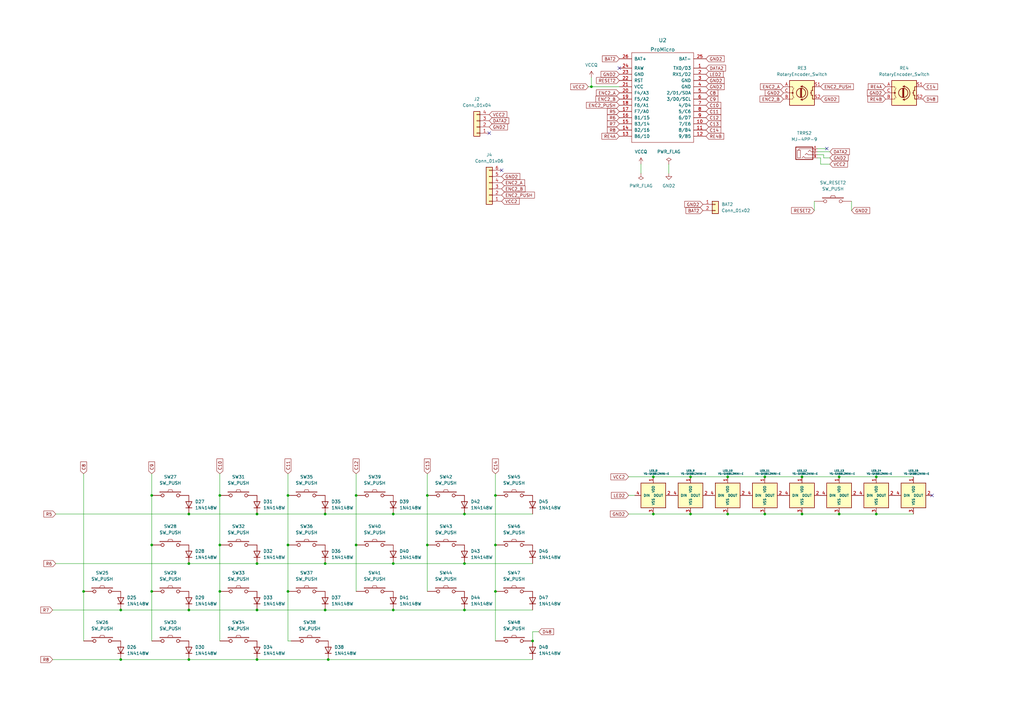
<source format=kicad_sch>
(kicad_sch (version 20211123) (generator eeschema)

  (uuid 3934cdea-42c8-4ab1-b1be-2c4978ab08ae)

  (paper "A3")

  (lib_symbols
    (symbol "Connector_Generic:Conn_01x02" (pin_names (offset 1.016) hide) (in_bom yes) (on_board yes)
      (property "Reference" "J" (id 0) (at 0 2.54 0)
        (effects (font (size 1.27 1.27)))
      )
      (property "Value" "Conn_01x02" (id 1) (at 0 -5.08 0)
        (effects (font (size 1.27 1.27)))
      )
      (property "Footprint" "" (id 2) (at 0 0 0)
        (effects (font (size 1.27 1.27)) hide)
      )
      (property "Datasheet" "~" (id 3) (at 0 0 0)
        (effects (font (size 1.27 1.27)) hide)
      )
      (property "ki_keywords" "connector" (id 4) (at 0 0 0)
        (effects (font (size 1.27 1.27)) hide)
      )
      (property "ki_description" "Generic connector, single row, 01x02, script generated (kicad-library-utils/schlib/autogen/connector/)" (id 5) (at 0 0 0)
        (effects (font (size 1.27 1.27)) hide)
      )
      (property "ki_fp_filters" "Connector*:*_1x??_*" (id 6) (at 0 0 0)
        (effects (font (size 1.27 1.27)) hide)
      )
      (symbol "Conn_01x02_1_1"
        (rectangle (start -1.27 -2.413) (end 0 -2.667)
          (stroke (width 0.1524) (type default) (color 0 0 0 0))
          (fill (type none))
        )
        (rectangle (start -1.27 0.127) (end 0 -0.127)
          (stroke (width 0.1524) (type default) (color 0 0 0 0))
          (fill (type none))
        )
        (rectangle (start -1.27 1.27) (end 1.27 -3.81)
          (stroke (width 0.254) (type default) (color 0 0 0 0))
          (fill (type background))
        )
        (pin passive line (at -5.08 0 0) (length 3.81)
          (name "Pin_1" (effects (font (size 1.27 1.27))))
          (number "1" (effects (font (size 1.27 1.27))))
        )
        (pin passive line (at -5.08 -2.54 0) (length 3.81)
          (name "Pin_2" (effects (font (size 1.27 1.27))))
          (number "2" (effects (font (size 1.27 1.27))))
        )
      )
    )
    (symbol "Connector_Generic:Conn_01x04" (pin_names (offset 1.016) hide) (in_bom yes) (on_board yes)
      (property "Reference" "J" (id 0) (at 0 5.08 0)
        (effects (font (size 1.27 1.27)))
      )
      (property "Value" "Conn_01x04" (id 1) (at 0 -7.62 0)
        (effects (font (size 1.27 1.27)))
      )
      (property "Footprint" "" (id 2) (at 0 0 0)
        (effects (font (size 1.27 1.27)) hide)
      )
      (property "Datasheet" "~" (id 3) (at 0 0 0)
        (effects (font (size 1.27 1.27)) hide)
      )
      (property "ki_keywords" "connector" (id 4) (at 0 0 0)
        (effects (font (size 1.27 1.27)) hide)
      )
      (property "ki_description" "Generic connector, single row, 01x04, script generated (kicad-library-utils/schlib/autogen/connector/)" (id 5) (at 0 0 0)
        (effects (font (size 1.27 1.27)) hide)
      )
      (property "ki_fp_filters" "Connector*:*_1x??_*" (id 6) (at 0 0 0)
        (effects (font (size 1.27 1.27)) hide)
      )
      (symbol "Conn_01x04_1_1"
        (rectangle (start -1.27 -4.953) (end 0 -5.207)
          (stroke (width 0.1524) (type default) (color 0 0 0 0))
          (fill (type none))
        )
        (rectangle (start -1.27 -2.413) (end 0 -2.667)
          (stroke (width 0.1524) (type default) (color 0 0 0 0))
          (fill (type none))
        )
        (rectangle (start -1.27 0.127) (end 0 -0.127)
          (stroke (width 0.1524) (type default) (color 0 0 0 0))
          (fill (type none))
        )
        (rectangle (start -1.27 2.667) (end 0 2.413)
          (stroke (width 0.1524) (type default) (color 0 0 0 0))
          (fill (type none))
        )
        (rectangle (start -1.27 3.81) (end 1.27 -6.35)
          (stroke (width 0.254) (type default) (color 0 0 0 0))
          (fill (type background))
        )
        (pin passive line (at -5.08 2.54 0) (length 3.81)
          (name "Pin_1" (effects (font (size 1.27 1.27))))
          (number "1" (effects (font (size 1.27 1.27))))
        )
        (pin passive line (at -5.08 0 0) (length 3.81)
          (name "Pin_2" (effects (font (size 1.27 1.27))))
          (number "2" (effects (font (size 1.27 1.27))))
        )
        (pin passive line (at -5.08 -2.54 0) (length 3.81)
          (name "Pin_3" (effects (font (size 1.27 1.27))))
          (number "3" (effects (font (size 1.27 1.27))))
        )
        (pin passive line (at -5.08 -5.08 0) (length 3.81)
          (name "Pin_4" (effects (font (size 1.27 1.27))))
          (number "4" (effects (font (size 1.27 1.27))))
        )
      )
    )
    (symbol "Connector_Generic:Conn_01x06" (pin_names (offset 1.016) hide) (in_bom yes) (on_board yes)
      (property "Reference" "J" (id 0) (at 0 7.62 0)
        (effects (font (size 1.27 1.27)))
      )
      (property "Value" "Conn_01x06" (id 1) (at 0 -10.16 0)
        (effects (font (size 1.27 1.27)))
      )
      (property "Footprint" "" (id 2) (at 0 0 0)
        (effects (font (size 1.27 1.27)) hide)
      )
      (property "Datasheet" "~" (id 3) (at 0 0 0)
        (effects (font (size 1.27 1.27)) hide)
      )
      (property "ki_keywords" "connector" (id 4) (at 0 0 0)
        (effects (font (size 1.27 1.27)) hide)
      )
      (property "ki_description" "Generic connector, single row, 01x06, script generated (kicad-library-utils/schlib/autogen/connector/)" (id 5) (at 0 0 0)
        (effects (font (size 1.27 1.27)) hide)
      )
      (property "ki_fp_filters" "Connector*:*_1x??_*" (id 6) (at 0 0 0)
        (effects (font (size 1.27 1.27)) hide)
      )
      (symbol "Conn_01x06_1_1"
        (rectangle (start -1.27 -7.493) (end 0 -7.747)
          (stroke (width 0.1524) (type default) (color 0 0 0 0))
          (fill (type none))
        )
        (rectangle (start -1.27 -4.953) (end 0 -5.207)
          (stroke (width 0.1524) (type default) (color 0 0 0 0))
          (fill (type none))
        )
        (rectangle (start -1.27 -2.413) (end 0 -2.667)
          (stroke (width 0.1524) (type default) (color 0 0 0 0))
          (fill (type none))
        )
        (rectangle (start -1.27 0.127) (end 0 -0.127)
          (stroke (width 0.1524) (type default) (color 0 0 0 0))
          (fill (type none))
        )
        (rectangle (start -1.27 2.667) (end 0 2.413)
          (stroke (width 0.1524) (type default) (color 0 0 0 0))
          (fill (type none))
        )
        (rectangle (start -1.27 5.207) (end 0 4.953)
          (stroke (width 0.1524) (type default) (color 0 0 0 0))
          (fill (type none))
        )
        (rectangle (start -1.27 6.35) (end 1.27 -8.89)
          (stroke (width 0.254) (type default) (color 0 0 0 0))
          (fill (type background))
        )
        (pin passive line (at -5.08 5.08 0) (length 3.81)
          (name "Pin_1" (effects (font (size 1.27 1.27))))
          (number "1" (effects (font (size 1.27 1.27))))
        )
        (pin passive line (at -5.08 2.54 0) (length 3.81)
          (name "Pin_2" (effects (font (size 1.27 1.27))))
          (number "2" (effects (font (size 1.27 1.27))))
        )
        (pin passive line (at -5.08 0 0) (length 3.81)
          (name "Pin_3" (effects (font (size 1.27 1.27))))
          (number "3" (effects (font (size 1.27 1.27))))
        )
        (pin passive line (at -5.08 -2.54 0) (length 3.81)
          (name "Pin_4" (effects (font (size 1.27 1.27))))
          (number "4" (effects (font (size 1.27 1.27))))
        )
        (pin passive line (at -5.08 -5.08 0) (length 3.81)
          (name "Pin_5" (effects (font (size 1.27 1.27))))
          (number "5" (effects (font (size 1.27 1.27))))
        )
        (pin passive line (at -5.08 -7.62 0) (length 3.81)
          (name "Pin_6" (effects (font (size 1.27 1.27))))
          (number "6" (effects (font (size 1.27 1.27))))
        )
      )
    )
    (symbol "Device:RotaryEncoder_Switch" (pin_names (offset 0.254) hide) (in_bom yes) (on_board yes)
      (property "Reference" "SW" (id 0) (at 0 6.604 0)
        (effects (font (size 1.27 1.27)))
      )
      (property "Value" "RotaryEncoder_Switch" (id 1) (at 0 -6.604 0)
        (effects (font (size 1.27 1.27)))
      )
      (property "Footprint" "" (id 2) (at -3.81 4.064 0)
        (effects (font (size 1.27 1.27)) hide)
      )
      (property "Datasheet" "~" (id 3) (at 0 6.604 0)
        (effects (font (size 1.27 1.27)) hide)
      )
      (property "ki_keywords" "rotary switch encoder switch push button" (id 4) (at 0 0 0)
        (effects (font (size 1.27 1.27)) hide)
      )
      (property "ki_description" "Rotary encoder, dual channel, incremental quadrate outputs, with switch" (id 5) (at 0 0 0)
        (effects (font (size 1.27 1.27)) hide)
      )
      (property "ki_fp_filters" "RotaryEncoder*Switch*" (id 6) (at 0 0 0)
        (effects (font (size 1.27 1.27)) hide)
      )
      (symbol "RotaryEncoder_Switch_0_1"
        (rectangle (start -5.08 5.08) (end 5.08 -5.08)
          (stroke (width 0.254) (type default) (color 0 0 0 0))
          (fill (type background))
        )
        (circle (center -3.81 0) (radius 0.254)
          (stroke (width 0) (type default) (color 0 0 0 0))
          (fill (type outline))
        )
        (arc (start -0.381 -2.794) (mid 2.3622 -0.0635) (end -0.381 2.667)
          (stroke (width 0.254) (type default) (color 0 0 0 0))
          (fill (type none))
        )
        (circle (center -0.381 0) (radius 1.905)
          (stroke (width 0.254) (type default) (color 0 0 0 0))
          (fill (type none))
        )
        (polyline
          (pts
            (xy -0.635 -1.778)
            (xy -0.635 1.778)
          )
          (stroke (width 0.254) (type default) (color 0 0 0 0))
          (fill (type none))
        )
        (polyline
          (pts
            (xy -0.381 -1.778)
            (xy -0.381 1.778)
          )
          (stroke (width 0.254) (type default) (color 0 0 0 0))
          (fill (type none))
        )
        (polyline
          (pts
            (xy -0.127 1.778)
            (xy -0.127 -1.778)
          )
          (stroke (width 0.254) (type default) (color 0 0 0 0))
          (fill (type none))
        )
        (polyline
          (pts
            (xy 3.81 0)
            (xy 3.429 0)
          )
          (stroke (width 0.254) (type default) (color 0 0 0 0))
          (fill (type none))
        )
        (polyline
          (pts
            (xy 3.81 1.016)
            (xy 3.81 -1.016)
          )
          (stroke (width 0.254) (type default) (color 0 0 0 0))
          (fill (type none))
        )
        (polyline
          (pts
            (xy -5.08 -2.54)
            (xy -3.81 -2.54)
            (xy -3.81 -2.032)
          )
          (stroke (width 0) (type default) (color 0 0 0 0))
          (fill (type none))
        )
        (polyline
          (pts
            (xy -5.08 2.54)
            (xy -3.81 2.54)
            (xy -3.81 2.032)
          )
          (stroke (width 0) (type default) (color 0 0 0 0))
          (fill (type none))
        )
        (polyline
          (pts
            (xy 0.254 -3.048)
            (xy -0.508 -2.794)
            (xy 0.127 -2.413)
          )
          (stroke (width 0.254) (type default) (color 0 0 0 0))
          (fill (type none))
        )
        (polyline
          (pts
            (xy 0.254 2.921)
            (xy -0.508 2.667)
            (xy 0.127 2.286)
          )
          (stroke (width 0.254) (type default) (color 0 0 0 0))
          (fill (type none))
        )
        (polyline
          (pts
            (xy 5.08 -2.54)
            (xy 4.318 -2.54)
            (xy 4.318 -1.016)
          )
          (stroke (width 0.254) (type default) (color 0 0 0 0))
          (fill (type none))
        )
        (polyline
          (pts
            (xy 5.08 2.54)
            (xy 4.318 2.54)
            (xy 4.318 1.016)
          )
          (stroke (width 0.254) (type default) (color 0 0 0 0))
          (fill (type none))
        )
        (polyline
          (pts
            (xy -5.08 0)
            (xy -3.81 0)
            (xy -3.81 -1.016)
            (xy -3.302 -2.032)
          )
          (stroke (width 0) (type default) (color 0 0 0 0))
          (fill (type none))
        )
        (polyline
          (pts
            (xy -4.318 0)
            (xy -3.81 0)
            (xy -3.81 1.016)
            (xy -3.302 2.032)
          )
          (stroke (width 0) (type default) (color 0 0 0 0))
          (fill (type none))
        )
        (circle (center 4.318 -1.016) (radius 0.127)
          (stroke (width 0.254) (type default) (color 0 0 0 0))
          (fill (type none))
        )
        (circle (center 4.318 1.016) (radius 0.127)
          (stroke (width 0.254) (type default) (color 0 0 0 0))
          (fill (type none))
        )
      )
      (symbol "RotaryEncoder_Switch_1_1"
        (pin passive line (at -7.62 2.54 0) (length 2.54)
          (name "A" (effects (font (size 1.27 1.27))))
          (number "A" (effects (font (size 1.27 1.27))))
        )
        (pin passive line (at -7.62 -2.54 0) (length 2.54)
          (name "B" (effects (font (size 1.27 1.27))))
          (number "B" (effects (font (size 1.27 1.27))))
        )
        (pin passive line (at -7.62 0 0) (length 2.54)
          (name "C" (effects (font (size 1.27 1.27))))
          (number "C" (effects (font (size 1.27 1.27))))
        )
        (pin passive line (at 7.62 2.54 180) (length 2.54)
          (name "S1" (effects (font (size 1.27 1.27))))
          (number "S1" (effects (font (size 1.27 1.27))))
        )
        (pin passive line (at 7.62 -2.54 180) (length 2.54)
          (name "S2" (effects (font (size 1.27 1.27))))
          (number "S2" (effects (font (size 1.27 1.27))))
        )
      )
    )
    (symbol "Diode:1N4148W" (pin_numbers hide) (pin_names (offset 1.016) hide) (in_bom yes) (on_board yes)
      (property "Reference" "D" (id 0) (at 0 2.54 0)
        (effects (font (size 1.27 1.27)))
      )
      (property "Value" "1N4148W" (id 1) (at 0 -2.54 0)
        (effects (font (size 1.27 1.27)))
      )
      (property "Footprint" "Diode_SMD:D_SOD-123" (id 2) (at 0 -4.445 0)
        (effects (font (size 1.27 1.27)) hide)
      )
      (property "Datasheet" "https://www.vishay.com/docs/85748/1n4148w.pdf" (id 3) (at 0 0 0)
        (effects (font (size 1.27 1.27)) hide)
      )
      (property "ki_keywords" "diode" (id 4) (at 0 0 0)
        (effects (font (size 1.27 1.27)) hide)
      )
      (property "ki_description" "75V 0.15A Fast Switching Diode, SOD-123" (id 5) (at 0 0 0)
        (effects (font (size 1.27 1.27)) hide)
      )
      (property "ki_fp_filters" "D*SOD?123*" (id 6) (at 0 0 0)
        (effects (font (size 1.27 1.27)) hide)
      )
      (symbol "1N4148W_0_1"
        (polyline
          (pts
            (xy -1.27 1.27)
            (xy -1.27 -1.27)
          )
          (stroke (width 0.254) (type default) (color 0 0 0 0))
          (fill (type none))
        )
        (polyline
          (pts
            (xy 1.27 0)
            (xy -1.27 0)
          )
          (stroke (width 0) (type default) (color 0 0 0 0))
          (fill (type none))
        )
        (polyline
          (pts
            (xy 1.27 1.27)
            (xy 1.27 -1.27)
            (xy -1.27 0)
            (xy 1.27 1.27)
          )
          (stroke (width 0.254) (type default) (color 0 0 0 0))
          (fill (type none))
        )
      )
      (symbol "1N4148W_1_1"
        (pin passive line (at -3.81 0 0) (length 2.54)
          (name "K" (effects (font (size 1.27 1.27))))
          (number "1" (effects (font (size 1.27 1.27))))
        )
        (pin passive line (at 3.81 0 180) (length 2.54)
          (name "A" (effects (font (size 1.27 1.27))))
          (number "2" (effects (font (size 1.27 1.27))))
        )
      )
    )
    (symbol "kbd:MJ-4PP-9" (pin_names (offset 1.016)) (in_bom yes) (on_board yes)
      (property "Reference" "J" (id 0) (at 0 3.81 0)
        (effects (font (size 1.27 1.27)))
      )
      (property "Value" "MJ-4PP-9" (id 1) (at 0 -3.81 0)
        (effects (font (size 1.27 1.27)))
      )
      (property "Footprint" "" (id 2) (at 6.985 4.445 0)
        (effects (font (size 1.27 1.27)) hide)
      )
      (property "Datasheet" "~" (id 3) (at 6.985 4.445 0)
        (effects (font (size 1.27 1.27)) hide)
      )
      (property "ki_keywords" "audio jack receptable stereo headphones TRRS connector" (id 4) (at 0 0 0)
        (effects (font (size 1.27 1.27)) hide)
      )
      (property "ki_description" "4-pin (audio) jack receptable (stereo + 4th pin/TRRS connector), compatible with PJ320A" (id 5) (at 0 0 0)
        (effects (font (size 1.27 1.27)) hide)
      )
      (symbol "MJ-4PP-9_0_1"
        (rectangle (start -1.905 -1.905) (end -3.175 1.27)
          (stroke (width 0) (type default) (color 0 0 0 0))
          (fill (type none))
        )
        (polyline
          (pts
            (xy -2.54 1.27)
            (xy -2.54 1.905)
            (xy 3.175 1.905)
          )
          (stroke (width 0) (type default) (color 0 0 0 0))
          (fill (type none))
        )
        (polyline
          (pts
            (xy -1.27 -1.905)
            (xy -0.635 -1.27)
            (xy 0 -1.905)
            (xy 3.175 -1.905)
          )
          (stroke (width 0) (type default) (color 0 0 0 0))
          (fill (type none))
        )
        (polyline
          (pts
            (xy 0 -0.635)
            (xy 0.635 0)
            (xy 1.27 -0.635)
            (xy 3.175 -0.635)
          )
          (stroke (width 0) (type default) (color 0 0 0 0))
          (fill (type none))
        )
        (polyline
          (pts
            (xy 1.27 0.635)
            (xy 1.905 1.27)
            (xy 2.54 0.635)
            (xy 3.175 0.635)
          )
          (stroke (width 0) (type default) (color 0 0 0 0))
          (fill (type none))
        )
        (rectangle (start 3.175 2.54) (end -3.81 -2.54)
          (stroke (width 0.3048) (type default) (color 0 0 0 0))
          (fill (type none))
        )
      )
      (symbol "MJ-4PP-9_1_1"
        (pin input line (at 5.08 1.905 180) (length 2.0066)
          (name "~" (effects (font (size 0.508 0.508))))
          (number "A" (effects (font (size 0.7112 0.7112))))
        )
        (pin input line (at 5.08 -1.905 180) (length 2.0066)
          (name "~" (effects (font (size 0.508 0.508))))
          (number "B" (effects (font (size 0.7112 0.7112))))
        )
        (pin input line (at 5.08 -0.635 180) (length 2.0066)
          (name "~" (effects (font (size 0.508 0.508))))
          (number "C" (effects (font (size 0.7112 0.7112))))
        )
        (pin input line (at 5.08 0.635 180) (length 2.0066)
          (name "~" (effects (font (size 0.508 0.508))))
          (number "D" (effects (font (size 0.7112 0.7112))))
        )
      )
    )
    (symbol "kbd:SW_PUSH" (pin_numbers hide) (pin_names (offset 1.016) hide) (in_bom yes) (on_board yes)
      (property "Reference" "SW" (id 0) (at 3.81 2.794 0)
        (effects (font (size 1.27 1.27)))
      )
      (property "Value" "SW_PUSH" (id 1) (at 0 -2.032 0)
        (effects (font (size 1.27 1.27)))
      )
      (property "Footprint" "" (id 2) (at 0 0 0)
        (effects (font (size 1.27 1.27)))
      )
      (property "Datasheet" "" (id 3) (at 0 0 0)
        (effects (font (size 1.27 1.27)))
      )
      (symbol "SW_PUSH_0_1"
        (rectangle (start -4.318 1.27) (end 4.318 1.524)
          (stroke (width 0) (type default) (color 0 0 0 0))
          (fill (type none))
        )
        (polyline
          (pts
            (xy -1.016 1.524)
            (xy -0.762 2.286)
            (xy 0.762 2.286)
            (xy 1.016 1.524)
          )
          (stroke (width 0) (type default) (color 0 0 0 0))
          (fill (type none))
        )
        (pin passive inverted (at -7.62 0 0) (length 5.08)
          (name "1" (effects (font (size 1.27 1.27))))
          (number "1" (effects (font (size 1.27 1.27))))
        )
        (pin passive inverted (at 7.62 0 180) (length 5.08)
          (name "2" (effects (font (size 1.27 1.27))))
          (number "2" (effects (font (size 1.27 1.27))))
        )
      )
    )
    (symbol "kbd:YS-SK6812MINI-E" (pin_names (offset 1.016)) (in_bom yes) (on_board yes)
      (property "Reference" "LED" (id 0) (at 2.54 -7.62 0)
        (effects (font (size 0.7366 0.7366)))
      )
      (property "Value" "YS-SK6812MINI-E" (id 1) (at 6.35 -6.35 0)
        (effects (font (size 0.7366 0.7366)))
      )
      (property "Footprint" "" (id 2) (at 2.54 -6.35 0)
        (effects (font (size 1.27 1.27)) hide)
      )
      (property "Datasheet" "" (id 3) (at 2.54 -6.35 0)
        (effects (font (size 1.27 1.27)) hide)
      )
      (symbol "YS-SK6812MINI-E_0_1"
        (rectangle (start -5.08 5.08) (end 5.08 -5.08)
          (stroke (width 0.254) (type default) (color 0 0 0 0))
          (fill (type background))
        )
      )
      (symbol "YS-SK6812MINI-E_1_1"
        (pin power_in line (at 0 7.62 270) (length 2.54)
          (name "VDD" (effects (font (size 0.9906 0.9906))))
          (number "1" (effects (font (size 1.27 1.27))))
        )
        (pin output line (at 7.62 0 180) (length 2.54)
          (name "DOUT" (effects (font (size 0.9906 0.9906))))
          (number "2" (effects (font (size 1.27 1.27))))
        )
        (pin power_in line (at 0 -7.62 90) (length 2.54)
          (name "VSS" (effects (font (size 0.9906 0.9906))))
          (number "3" (effects (font (size 1.27 1.27))))
        )
        (pin input line (at -7.62 0 0) (length 2.54)
          (name "DIN" (effects (font (size 0.9906 0.9906))))
          (number "4" (effects (font (size 1.27 1.27))))
        )
      )
    )
    (symbol "power:GND2" (power) (pin_names (offset 0)) (in_bom yes) (on_board yes)
      (property "Reference" "#PWR" (id 0) (at 0 -6.35 0)
        (effects (font (size 1.27 1.27)) hide)
      )
      (property "Value" "GND2" (id 1) (at 0 -3.81 0)
        (effects (font (size 1.27 1.27)))
      )
      (property "Footprint" "" (id 2) (at 0 0 0)
        (effects (font (size 1.27 1.27)) hide)
      )
      (property "Datasheet" "" (id 3) (at 0 0 0)
        (effects (font (size 1.27 1.27)) hide)
      )
      (property "ki_keywords" "power-flag" (id 4) (at 0 0 0)
        (effects (font (size 1.27 1.27)) hide)
      )
      (property "ki_description" "Power symbol creates a global label with name \"GND2\" , ground" (id 5) (at 0 0 0)
        (effects (font (size 1.27 1.27)) hide)
      )
      (symbol "GND2_0_1"
        (polyline
          (pts
            (xy 0 0)
            (xy 0 -1.27)
            (xy 1.27 -1.27)
            (xy 0 -2.54)
            (xy -1.27 -1.27)
            (xy 0 -1.27)
          )
          (stroke (width 0) (type default) (color 0 0 0 0))
          (fill (type none))
        )
      )
      (symbol "GND2_1_1"
        (pin power_in line (at 0 0 270) (length 0) hide
          (name "GND2" (effects (font (size 1.27 1.27))))
          (number "1" (effects (font (size 1.27 1.27))))
        )
      )
    )
    (symbol "power:PWR_FLAG" (power) (pin_numbers hide) (pin_names (offset 0) hide) (in_bom yes) (on_board yes)
      (property "Reference" "#FLG" (id 0) (at 0 1.905 0)
        (effects (font (size 1.27 1.27)) hide)
      )
      (property "Value" "PWR_FLAG" (id 1) (at 0 3.81 0)
        (effects (font (size 1.27 1.27)))
      )
      (property "Footprint" "" (id 2) (at 0 0 0)
        (effects (font (size 1.27 1.27)) hide)
      )
      (property "Datasheet" "~" (id 3) (at 0 0 0)
        (effects (font (size 1.27 1.27)) hide)
      )
      (property "ki_keywords" "power-flag" (id 4) (at 0 0 0)
        (effects (font (size 1.27 1.27)) hide)
      )
      (property "ki_description" "Special symbol for telling ERC where power comes from" (id 5) (at 0 0 0)
        (effects (font (size 1.27 1.27)) hide)
      )
      (symbol "PWR_FLAG_0_0"
        (pin power_out line (at 0 0 90) (length 0)
          (name "pwr" (effects (font (size 1.27 1.27))))
          (number "1" (effects (font (size 1.27 1.27))))
        )
      )
      (symbol "PWR_FLAG_0_1"
        (polyline
          (pts
            (xy 0 0)
            (xy 0 1.27)
            (xy -1.016 1.905)
            (xy 0 2.54)
            (xy 1.016 1.905)
            (xy 0 1.27)
          )
          (stroke (width 0) (type default) (color 0 0 0 0))
          (fill (type none))
        )
      )
    )
    (symbol "power:VCCQ" (power) (pin_names (offset 0)) (in_bom yes) (on_board yes)
      (property "Reference" "#PWR" (id 0) (at 0 -3.81 0)
        (effects (font (size 1.27 1.27)) hide)
      )
      (property "Value" "VCCQ" (id 1) (at 0 3.81 0)
        (effects (font (size 1.27 1.27)))
      )
      (property "Footprint" "" (id 2) (at 0 0 0)
        (effects (font (size 1.27 1.27)) hide)
      )
      (property "Datasheet" "" (id 3) (at 0 0 0)
        (effects (font (size 1.27 1.27)) hide)
      )
      (property "ki_keywords" "power-flag" (id 4) (at 0 0 0)
        (effects (font (size 1.27 1.27)) hide)
      )
      (property "ki_description" "Power symbol creates a global label with name \"VCCQ\"" (id 5) (at 0 0 0)
        (effects (font (size 1.27 1.27)) hide)
      )
      (symbol "VCCQ_0_1"
        (polyline
          (pts
            (xy -0.762 1.27)
            (xy 0 2.54)
          )
          (stroke (width 0) (type default) (color 0 0 0 0))
          (fill (type none))
        )
        (polyline
          (pts
            (xy 0 0)
            (xy 0 2.54)
          )
          (stroke (width 0) (type default) (color 0 0 0 0))
          (fill (type none))
        )
        (polyline
          (pts
            (xy 0 2.54)
            (xy 0.762 1.27)
          )
          (stroke (width 0) (type default) (color 0 0 0 0))
          (fill (type none))
        )
      )
      (symbol "VCCQ_1_1"
        (pin power_in line (at 0 0 90) (length 0) hide
          (name "VCCQ" (effects (font (size 1.27 1.27))))
          (number "1" (effects (font (size 1.27 1.27))))
        )
      )
    )
    (symbol "willow:ProMicro" (pin_names (offset 1.016)) (in_bom yes) (on_board yes)
      (property "Reference" "U" (id 0) (at 0 21.59 0)
        (effects (font (size 1.524 1.524)))
      )
      (property "Value" "ProMicro" (id 1) (at 0 -19.05 0)
        (effects (font (size 1.524 1.524)))
      )
      (property "Footprint" "" (id 2) (at 2.54 -26.67 0)
        (effects (font (size 1.524 1.524)))
      )
      (property "Datasheet" "" (id 3) (at 2.54 -26.67 0)
        (effects (font (size 1.524 1.524)))
      )
      (symbol "ProMicro_0_1"
        (rectangle (start -12.7 20.32) (end 12.7 -16.51)
          (stroke (width 0) (type default) (color 0 0 0 0))
          (fill (type none))
        )
      )
      (symbol "ProMicro_1_1"
        (pin bidirectional line (at -17.78 13.97 0) (length 5.08)
          (name "TX0/D3" (effects (font (size 1.27 1.27))))
          (number "1" (effects (font (size 1.27 1.27))))
        )
        (pin bidirectional line (at -17.78 -8.89 0) (length 5.08)
          (name "7/E6" (effects (font (size 1.27 1.27))))
          (number "10" (effects (font (size 1.27 1.27))))
        )
        (pin bidirectional line (at -17.78 -11.43 0) (length 5.08)
          (name "8/B4" (effects (font (size 1.27 1.27))))
          (number "11" (effects (font (size 1.27 1.27))))
        )
        (pin bidirectional line (at -17.78 -13.97 0) (length 5.08)
          (name "9/B5" (effects (font (size 1.27 1.27))))
          (number "12" (effects (font (size 1.27 1.27))))
        )
        (pin bidirectional line (at 17.78 -13.97 180) (length 5.08)
          (name "B6/10" (effects (font (size 1.27 1.27))))
          (number "13" (effects (font (size 1.27 1.27))))
        )
        (pin bidirectional line (at 17.78 -11.43 180) (length 5.08)
          (name "B2/16" (effects (font (size 1.27 1.27))))
          (number "14" (effects (font (size 1.27 1.27))))
        )
        (pin bidirectional line (at 17.78 -8.89 180) (length 5.08)
          (name "B3/14" (effects (font (size 1.27 1.27))))
          (number "15" (effects (font (size 1.27 1.27))))
        )
        (pin bidirectional line (at 17.78 -6.35 180) (length 5.08)
          (name "B1/15" (effects (font (size 1.27 1.27))))
          (number "16" (effects (font (size 1.27 1.27))))
        )
        (pin bidirectional line (at 17.78 -3.81 180) (length 5.08)
          (name "F7/A0" (effects (font (size 1.27 1.27))))
          (number "17" (effects (font (size 1.27 1.27))))
        )
        (pin bidirectional line (at 17.78 -1.27 180) (length 5.08)
          (name "F6/A1" (effects (font (size 1.27 1.27))))
          (number "18" (effects (font (size 1.27 1.27))))
        )
        (pin bidirectional line (at 17.78 1.27 180) (length 5.08)
          (name "F5/A2" (effects (font (size 1.27 1.27))))
          (number "19" (effects (font (size 1.27 1.27))))
        )
        (pin bidirectional line (at -17.78 11.43 0) (length 5.08)
          (name "RX1/D2" (effects (font (size 1.27 1.27))))
          (number "2" (effects (font (size 1.27 1.27))))
        )
        (pin bidirectional line (at 17.78 3.81 180) (length 5.08)
          (name "F4/A3" (effects (font (size 1.27 1.27))))
          (number "20" (effects (font (size 1.27 1.27))))
        )
        (pin power_in line (at 17.78 6.35 180) (length 5.08)
          (name "VCC" (effects (font (size 1.27 1.27))))
          (number "21" (effects (font (size 1.27 1.27))))
        )
        (pin input line (at 17.78 8.89 180) (length 5.08)
          (name "RST" (effects (font (size 1.27 1.27))))
          (number "22" (effects (font (size 1.27 1.27))))
        )
        (pin power_in line (at 17.78 11.43 180) (length 5.08)
          (name "GND" (effects (font (size 1.27 1.27))))
          (number "23" (effects (font (size 1.27 1.27))))
        )
        (pin power_out line (at 17.78 13.97 180) (length 5.08)
          (name "RAW" (effects (font (size 1.27 1.27))))
          (number "24" (effects (font (size 1.27 1.27))))
        )
        (pin power_in line (at -17.78 17.78 0) (length 5.08)
          (name "BAT-" (effects (font (size 1.27 1.27))))
          (number "25" (effects (font (size 1.27 1.27))))
        )
        (pin input line (at 17.78 17.78 180) (length 5.08)
          (name "BAT+" (effects (font (size 1.27 1.27))))
          (number "26" (effects (font (size 1.27 1.27))))
        )
        (pin power_in line (at -17.78 8.89 0) (length 5.08)
          (name "GND" (effects (font (size 1.27 1.27))))
          (number "3" (effects (font (size 1.27 1.27))))
        )
        (pin power_in line (at -17.78 6.35 0) (length 5.08)
          (name "GND" (effects (font (size 1.27 1.27))))
          (number "4" (effects (font (size 1.27 1.27))))
        )
        (pin bidirectional line (at -17.78 3.81 0) (length 5.08)
          (name "2/D1/SDA" (effects (font (size 1.27 1.27))))
          (number "5" (effects (font (size 1.27 1.27))))
        )
        (pin bidirectional line (at -17.78 1.27 0) (length 5.08)
          (name "3/D0/SCL" (effects (font (size 1.27 1.27))))
          (number "6" (effects (font (size 1.27 1.27))))
        )
        (pin bidirectional line (at -17.78 -1.27 0) (length 5.08)
          (name "4/D4" (effects (font (size 1.27 1.27))))
          (number "7" (effects (font (size 1.27 1.27))))
        )
        (pin bidirectional line (at -17.78 -3.81 0) (length 5.08)
          (name "5/C6" (effects (font (size 1.27 1.27))))
          (number "8" (effects (font (size 1.27 1.27))))
        )
        (pin bidirectional line (at -17.78 -6.35 0) (length 5.08)
          (name "6/D7" (effects (font (size 1.27 1.27))))
          (number "9" (effects (font (size 1.27 1.27))))
        )
      )
    )
  )

  (junction (at 298.45 195.58) (diameter 0) (color 0 0 0 0)
    (uuid 0037ea86-795f-4992-8f4c-7531ef8c22bf)
  )
  (junction (at 90.17 223.52) (diameter 0) (color 0 0 0 0)
    (uuid 004ca7b4-22a0-4452-b5ea-386663ebeb29)
  )
  (junction (at 344.17 195.58) (diameter 0) (color 0 0 0 0)
    (uuid 13854e41-1329-4ee5-8ab7-5038e3b28cdc)
  )
  (junction (at 175.26 203.2) (diameter 0) (color 0 0 0 0)
    (uuid 18d83288-24ff-4194-b2fe-1f8134c2f192)
  )
  (junction (at 62.23 242.57) (diameter 0) (color 0 0 0 0)
    (uuid 1b2e9454-becf-4f14-98fb-273aa65a1cee)
  )
  (junction (at 190.5 231.14) (diameter 0) (color 0 0 0 0)
    (uuid 1e3d5377-e7d5-40f3-8754-fad9fdd55f0a)
  )
  (junction (at 105.41 270.51) (diameter 0) (color 0 0 0 0)
    (uuid 21dbe05f-5eae-4ae0-ab0b-8887ef1befdb)
  )
  (junction (at 161.29 210.82) (diameter 0) (color 0 0 0 0)
    (uuid 2548ccb1-ddde-4ee1-8ab2-0aa1321ffafb)
  )
  (junction (at 133.35 210.82) (diameter 0) (color 0 0 0 0)
    (uuid 25f23d9d-dfc3-4d9d-98c2-59af49b98572)
  )
  (junction (at 62.23 203.2) (diameter 0) (color 0 0 0 0)
    (uuid 260f5ec4-066f-49d2-bb20-6c8f3bdcdda7)
  )
  (junction (at 298.45 210.82) (diameter 0) (color 0 0 0 0)
    (uuid 26232bb1-9a3e-4199-83ea-99a2c6e3f0dd)
  )
  (junction (at 190.5 210.82) (diameter 0) (color 0 0 0 0)
    (uuid 38521908-759d-42b1-bc02-82813b5631ba)
  )
  (junction (at 133.35 250.19) (diameter 0) (color 0 0 0 0)
    (uuid 3a5d4a80-2f85-456a-abad-85328ca1f7ff)
  )
  (junction (at 105.41 231.14) (diameter 0) (color 0 0 0 0)
    (uuid 3b0b85ae-07ec-45c6-8a45-027345b9c51f)
  )
  (junction (at 146.05 223.52) (diameter 0) (color 0 0 0 0)
    (uuid 3e72a3cb-2d5f-45ab-964d-1f4d8698f9c1)
  )
  (junction (at 118.11 203.2) (diameter 0) (color 0 0 0 0)
    (uuid 413d897e-95cf-446c-9b3e-bff3e86504f6)
  )
  (junction (at 77.47 210.82) (diameter 0) (color 0 0 0 0)
    (uuid 452b4b38-fe69-4735-bf76-75849ba97b83)
  )
  (junction (at 313.69 210.82) (diameter 0) (color 0 0 0 0)
    (uuid 51572d74-e70e-4353-9962-4f2c69fe2434)
  )
  (junction (at 190.5 250.19) (diameter 0) (color 0 0 0 0)
    (uuid 520eb3b5-8ce2-44be-8eb2-a77daa091a3f)
  )
  (junction (at 62.23 223.52) (diameter 0) (color 0 0 0 0)
    (uuid 5bdedaef-bb4f-435a-ae97-02fcc182b3d5)
  )
  (junction (at 105.41 210.82) (diameter 0) (color 0 0 0 0)
    (uuid 6084e926-4aa5-4e11-b5cc-64bb8b4ccd4a)
  )
  (junction (at 283.21 195.58) (diameter 0) (color 0 0 0 0)
    (uuid 615ea7cc-12b2-4313-a944-fbfba6ca4cf8)
  )
  (junction (at 161.29 250.19) (diameter 0) (color 0 0 0 0)
    (uuid 65ca0c4a-a919-445e-b4be-72474698e4b4)
  )
  (junction (at 49.53 250.19) (diameter 0) (color 0 0 0 0)
    (uuid 6914c535-9446-41a6-84d4-491386c90ece)
  )
  (junction (at 203.2 203.2) (diameter 0) (color 0 0 0 0)
    (uuid 6ef3d51a-4e58-4046-b61a-dd21f83e3cf4)
  )
  (junction (at 90.17 242.57) (diameter 0) (color 0 0 0 0)
    (uuid 80ac535d-8bf5-4725-bf4d-129aa9bb4092)
  )
  (junction (at 359.41 195.58) (diameter 0) (color 0 0 0 0)
    (uuid 871b3a73-ad7d-49f4-bb09-fc73726df2e3)
  )
  (junction (at 203.2 242.57) (diameter 0) (color 0 0 0 0)
    (uuid 9795fec0-1a40-4157-b18c-5c41d4e65713)
  )
  (junction (at 328.93 210.82) (diameter 0) (color 0 0 0 0)
    (uuid 97cd89c3-8e97-4a28-b872-7caf7f1c47e3)
  )
  (junction (at 344.17 210.82) (diameter 0) (color 0 0 0 0)
    (uuid a4d6eda4-8357-4d59-bdec-ed70f470bf88)
  )
  (junction (at 203.2 223.52) (diameter 0) (color 0 0 0 0)
    (uuid a6439ef2-2a32-402a-9782-8ce19a604ce3)
  )
  (junction (at 105.41 250.19) (diameter 0) (color 0 0 0 0)
    (uuid a9777efc-6145-4947-b743-a27dde877c1f)
  )
  (junction (at 161.29 231.14) (diameter 0) (color 0 0 0 0)
    (uuid aa8c5e05-79ae-4d2e-96c4-3a02730bf5a5)
  )
  (junction (at 267.97 210.82) (diameter 0) (color 0 0 0 0)
    (uuid aef8d163-62ee-4fdb-856d-aae8fca452fb)
  )
  (junction (at 77.47 270.51) (diameter 0) (color 0 0 0 0)
    (uuid b2632079-9a2f-47b6-9084-5934a57c3e23)
  )
  (junction (at 134.62 270.51) (diameter 0) (color 0 0 0 0)
    (uuid b8672067-3001-4ecd-b6df-1a8d8a041851)
  )
  (junction (at 175.26 223.52) (diameter 0) (color 0 0 0 0)
    (uuid b9ab0642-a6d0-4f01-b456-f6ebb616b91a)
  )
  (junction (at 118.11 242.57) (diameter 0) (color 0 0 0 0)
    (uuid c182e323-d957-4df3-bb40-be06f6c256c1)
  )
  (junction (at 49.53 270.51) (diameter 0) (color 0 0 0 0)
    (uuid c2cd7d22-cd6a-4a76-9dbd-b4426b8f59bf)
  )
  (junction (at 77.47 250.19) (diameter 0) (color 0 0 0 0)
    (uuid c5dcf5f6-ddf1-44c1-a3a0-0da13e5fd74d)
  )
  (junction (at 218.44 262.89) (diameter 0) (color 0 0 0 0)
    (uuid c7e3ee3b-fe92-444e-a874-2e939d9052d7)
  )
  (junction (at 328.93 195.58) (diameter 0) (color 0 0 0 0)
    (uuid ca550e72-29e5-49c6-a44f-5a9c427d5e40)
  )
  (junction (at 242.57 35.56) (diameter 0) (color 0 0 0 0)
    (uuid cb067629-c2b8-43a2-b865-fdf8edca9412)
  )
  (junction (at 146.05 203.2) (diameter 0) (color 0 0 0 0)
    (uuid d58e0474-83bd-4634-8bbe-492521debe51)
  )
  (junction (at 267.97 195.58) (diameter 0) (color 0 0 0 0)
    (uuid d7f57311-15bd-4de0-8983-afff5940dd25)
  )
  (junction (at 77.47 231.14) (diameter 0) (color 0 0 0 0)
    (uuid db39c8be-0e45-4060-96af-8c1349110fe2)
  )
  (junction (at 34.29 242.57) (diameter 0) (color 0 0 0 0)
    (uuid e5ce1ab4-3592-423f-a034-9a46885a8234)
  )
  (junction (at 283.21 210.82) (diameter 0) (color 0 0 0 0)
    (uuid e5f67360-5e2c-4c0e-b286-bcda03df2726)
  )
  (junction (at 90.17 203.2) (diameter 0) (color 0 0 0 0)
    (uuid e8dd498d-6819-42cb-a76e-a0fc327fd34e)
  )
  (junction (at 359.41 210.82) (diameter 0) (color 0 0 0 0)
    (uuid f2a85625-da05-44f5-98ab-483be218e12d)
  )
  (junction (at 118.11 223.52) (diameter 0) (color 0 0 0 0)
    (uuid f527849a-5ec7-47b2-bc7d-75e9f6739601)
  )
  (junction (at 313.69 195.58) (diameter 0) (color 0 0 0 0)
    (uuid fcf43128-55af-42af-b6cb-26893535dac6)
  )
  (junction (at 133.35 231.14) (diameter 0) (color 0 0 0 0)
    (uuid fe94bf16-add8-4649-a2f2-41de8795da12)
  )

  (no_connect (at 254 27.94) (uuid 542c4375-eec5-49e1-81b3-656f12dea5fc))
  (no_connect (at 205.74 69.85) (uuid 5681b125-1ab3-4762-b889-d34158dea437))
  (no_connect (at 339.09 60.96) (uuid 96a1268f-922b-4528-a023-8d5e49f2e3a0))
  (no_connect (at 382.27 203.2) (uuid c8fa13d5-1235-42c5-9239-a1bb7ccf90ff))
  (no_connect (at 200.66 54.61) (uuid d32848f5-a497-4607-9e6b-0f48fd6c1523))

  (wire (pts (xy 175.26 223.52) (xy 175.26 242.57))
    (stroke (width 0) (type default) (color 0 0 0 0))
    (uuid 01b178c6-b711-4e84-972b-9c15ba74f4be)
  )
  (wire (pts (xy 34.29 242.57) (xy 34.29 262.89))
    (stroke (width 0) (type default) (color 0 0 0 0))
    (uuid 02c9cc35-b327-41cd-b4ae-07052a5392e2)
  )
  (wire (pts (xy 328.93 195.58) (xy 344.17 195.58))
    (stroke (width 0) (type default) (color 0 0 0 0))
    (uuid 0563e570-4276-4cd9-82bc-720e9b102f1d)
  )
  (wire (pts (xy 133.35 231.14) (xy 161.29 231.14))
    (stroke (width 0) (type default) (color 0 0 0 0))
    (uuid 0699b67d-74b6-429d-a71c-d4631ff151fa)
  )
  (wire (pts (xy 335.28 62.23) (xy 340.36 62.23))
    (stroke (width 0) (type default) (color 0 0 0 0))
    (uuid 0cbd13dc-103a-412e-a1eb-2a380dbeaa5d)
  )
  (wire (pts (xy 262.89 67.31) (xy 262.89 71.12))
    (stroke (width 0) (type default) (color 0 0 0 0))
    (uuid 0da29262-88bc-49e9-8f89-7a86378054e8)
  )
  (wire (pts (xy 105.41 231.14) (xy 133.35 231.14))
    (stroke (width 0) (type default) (color 0 0 0 0))
    (uuid 0e51d170-90ad-45bb-a820-84a2427d34e6)
  )
  (wire (pts (xy 62.23 223.52) (xy 62.23 242.57))
    (stroke (width 0) (type default) (color 0 0 0 0))
    (uuid 155e2ca4-bc0e-4286-bbbe-85a06a17cb5a)
  )
  (wire (pts (xy 242.57 35.56) (xy 254 35.56))
    (stroke (width 0) (type default) (color 0 0 0 0))
    (uuid 1a02fc2f-8083-4503-be6f-25f937d0c6f8)
  )
  (wire (pts (xy 257.81 195.58) (xy 267.97 195.58))
    (stroke (width 0) (type default) (color 0 0 0 0))
    (uuid 1ac1ad32-138d-4d5e-84ea-444c9afaa463)
  )
  (wire (pts (xy 62.23 242.57) (xy 62.23 262.89))
    (stroke (width 0) (type default) (color 0 0 0 0))
    (uuid 1dd7c87e-6ac5-4112-84bc-2ae49f485e10)
  )
  (wire (pts (xy 334.01 86.36) (xy 334.01 82.55))
    (stroke (width 0) (type default) (color 0 0 0 0))
    (uuid 21f10a66-b429-40b2-b2b9-30038be52046)
  )
  (wire (pts (xy 118.11 203.2) (xy 118.11 223.52))
    (stroke (width 0) (type default) (color 0 0 0 0))
    (uuid 24b99006-2836-403b-8322-f2eb0a4ebab6)
  )
  (wire (pts (xy 190.5 210.82) (xy 218.44 210.82))
    (stroke (width 0) (type default) (color 0 0 0 0))
    (uuid 2a25c194-78ee-46c0-80c8-e03f5cf901ad)
  )
  (wire (pts (xy 134.62 270.51) (xy 218.44 270.51))
    (stroke (width 0) (type default) (color 0 0 0 0))
    (uuid 2a47a9c4-ec42-4902-9586-0007044cf8f0)
  )
  (wire (pts (xy 146.05 203.2) (xy 146.05 223.52))
    (stroke (width 0) (type default) (color 0 0 0 0))
    (uuid 2dc6a072-f850-480f-acf5-c6d94f26dc9e)
  )
  (wire (pts (xy 335.28 60.96) (xy 339.09 60.96))
    (stroke (width 0) (type default) (color 0 0 0 0))
    (uuid 2eeacf03-5f30-457e-9a07-d883d67cc859)
  )
  (wire (pts (xy 274.32 67.31) (xy 274.32 71.12))
    (stroke (width 0) (type default) (color 0 0 0 0))
    (uuid 327cd28f-0016-48e6-b1a4-54c287c0d6ae)
  )
  (wire (pts (xy 203.2 194.31) (xy 203.2 203.2))
    (stroke (width 0) (type default) (color 0 0 0 0))
    (uuid 36114795-0957-47ff-b61b-af93a8c56882)
  )
  (wire (pts (xy 34.29 194.31) (xy 34.29 242.57))
    (stroke (width 0) (type default) (color 0 0 0 0))
    (uuid 36539bbf-d2e7-41df-9333-dccab7b23da0)
  )
  (wire (pts (xy 175.26 194.31) (xy 175.26 203.2))
    (stroke (width 0) (type default) (color 0 0 0 0))
    (uuid 3f0687af-8b23-442b-aed6-18e6fd56c91a)
  )
  (wire (pts (xy 105.41 250.19) (xy 133.35 250.19))
    (stroke (width 0) (type default) (color 0 0 0 0))
    (uuid 43ddb542-5dc9-4946-a2ec-14cec090e2a5)
  )
  (wire (pts (xy 203.2 203.2) (xy 203.2 223.52))
    (stroke (width 0) (type default) (color 0 0 0 0))
    (uuid 44d14afa-9007-4f2b-9d17-b16265b5ce4e)
  )
  (wire (pts (xy 344.17 210.82) (xy 359.41 210.82))
    (stroke (width 0) (type default) (color 0 0 0 0))
    (uuid 46668ad7-4c41-45c2-921a-c5e4aa1f204b)
  )
  (wire (pts (xy 90.17 194.31) (xy 90.17 203.2))
    (stroke (width 0) (type default) (color 0 0 0 0))
    (uuid 47c5409a-72ee-454b-b114-ce3da0be674f)
  )
  (wire (pts (xy 313.69 210.82) (xy 328.93 210.82))
    (stroke (width 0) (type default) (color 0 0 0 0))
    (uuid 47ea1ce5-10ab-4c10-8682-148ffd67fd94)
  )
  (wire (pts (xy 257.81 210.82) (xy 267.97 210.82))
    (stroke (width 0) (type default) (color 0 0 0 0))
    (uuid 496d57b4-fb77-4560-a61b-eaa78031f4a9)
  )
  (wire (pts (xy 313.69 195.58) (xy 328.93 195.58))
    (stroke (width 0) (type default) (color 0 0 0 0))
    (uuid 4afa3a7f-fa39-4259-a0ec-d3a8c98a0f77)
  )
  (wire (pts (xy 241.3 35.56) (xy 242.57 35.56))
    (stroke (width 0) (type default) (color 0 0 0 0))
    (uuid 4c292eb5-fcd5-43d5-8416-ff0b66a2b95d)
  )
  (wire (pts (xy 21.59 250.19) (xy 49.53 250.19))
    (stroke (width 0) (type default) (color 0 0 0 0))
    (uuid 4ea9ba1a-d7f3-4252-b8ad-b859b5901297)
  )
  (wire (pts (xy 90.17 242.57) (xy 90.17 262.89))
    (stroke (width 0) (type default) (color 0 0 0 0))
    (uuid 4f4ff801-d018-4b0b-a6cd-e3199dfed182)
  )
  (wire (pts (xy 337.82 64.77) (xy 337.82 63.5))
    (stroke (width 0) (type default) (color 0 0 0 0))
    (uuid 569e50e5-a157-42ca-8080-9db2567713a0)
  )
  (wire (pts (xy 283.21 195.58) (xy 298.45 195.58))
    (stroke (width 0) (type default) (color 0 0 0 0))
    (uuid 58925ed9-59b4-4e56-84e8-f11189cd772b)
  )
  (wire (pts (xy 267.97 195.58) (xy 283.21 195.58))
    (stroke (width 0) (type default) (color 0 0 0 0))
    (uuid 59765b80-ff94-494d-b367-ecd665412d48)
  )
  (wire (pts (xy 283.21 210.82) (xy 298.45 210.82))
    (stroke (width 0) (type default) (color 0 0 0 0))
    (uuid 59f95981-403e-4b86-ac9b-6aaebfff85f3)
  )
  (wire (pts (xy 49.53 270.51) (xy 77.47 270.51))
    (stroke (width 0) (type default) (color 0 0 0 0))
    (uuid 6157b282-cee7-4408-89f1-8d79e63e165a)
  )
  (wire (pts (xy 146.05 223.52) (xy 146.05 242.57))
    (stroke (width 0) (type default) (color 0 0 0 0))
    (uuid 61b24019-880f-4531-869e-6e9f931bc9ac)
  )
  (wire (pts (xy 77.47 231.14) (xy 22.86 231.14))
    (stroke (width 0) (type default) (color 0 0 0 0))
    (uuid 6636e86b-546d-4daf-9231-c402b3690d0e)
  )
  (wire (pts (xy 267.97 210.82) (xy 283.21 210.82))
    (stroke (width 0) (type default) (color 0 0 0 0))
    (uuid 664f2082-0768-4e6f-9e58-4bf85ec535c7)
  )
  (wire (pts (xy 349.25 86.36) (xy 349.25 82.55))
    (stroke (width 0) (type default) (color 0 0 0 0))
    (uuid 68641f44-2c6c-4795-b1f5-2af7824760c5)
  )
  (wire (pts (xy 359.41 210.82) (xy 374.65 210.82))
    (stroke (width 0) (type default) (color 0 0 0 0))
    (uuid 6facfbc9-30cc-4f5b-a164-dd6354b61146)
  )
  (wire (pts (xy 62.23 194.31) (xy 62.23 203.2))
    (stroke (width 0) (type default) (color 0 0 0 0))
    (uuid 6feaab0e-b952-4e09-a65b-a6998d31d857)
  )
  (wire (pts (xy 203.2 223.52) (xy 203.2 242.57))
    (stroke (width 0) (type default) (color 0 0 0 0))
    (uuid 733e962d-cb9a-4285-a143-90802bbea457)
  )
  (wire (pts (xy 203.2 242.57) (xy 203.2 262.89))
    (stroke (width 0) (type default) (color 0 0 0 0))
    (uuid 76251e2a-a3c6-4c63-a7a2-f0aecd69b20d)
  )
  (wire (pts (xy 118.11 262.89) (xy 119.38 262.89))
    (stroke (width 0) (type default) (color 0 0 0 0))
    (uuid 7d803b97-a4a0-4be8-996f-470bc918f1bd)
  )
  (wire (pts (xy 146.05 194.31) (xy 146.05 203.2))
    (stroke (width 0) (type default) (color 0 0 0 0))
    (uuid 7f939e31-19b2-4f6e-a89f-623fb4a28e76)
  )
  (wire (pts (xy 161.29 231.14) (xy 190.5 231.14))
    (stroke (width 0) (type default) (color 0 0 0 0))
    (uuid 8136e119-d7c3-49b0-ba49-73dc3771a4da)
  )
  (wire (pts (xy 118.11 223.52) (xy 118.11 242.57))
    (stroke (width 0) (type default) (color 0 0 0 0))
    (uuid 85d0e33f-9b64-4ae3-b70a-6797f8bd4440)
  )
  (wire (pts (xy 21.59 270.51) (xy 49.53 270.51))
    (stroke (width 0) (type default) (color 0 0 0 0))
    (uuid 86077666-877b-4591-8e29-2564a8e2e774)
  )
  (wire (pts (xy 22.86 210.82) (xy 77.47 210.82))
    (stroke (width 0) (type default) (color 0 0 0 0))
    (uuid 8987730d-51d5-45cd-a9e5-95cc69cb6bf9)
  )
  (wire (pts (xy 77.47 231.14) (xy 105.41 231.14))
    (stroke (width 0) (type default) (color 0 0 0 0))
    (uuid 8b6e4eed-08c2-495f-a371-172ebb7023d7)
  )
  (wire (pts (xy 118.11 194.31) (xy 118.11 203.2))
    (stroke (width 0) (type default) (color 0 0 0 0))
    (uuid 91bb802e-6b88-4439-a3dd-28c288cb5c2a)
  )
  (wire (pts (xy 118.11 242.57) (xy 118.11 262.89))
    (stroke (width 0) (type default) (color 0 0 0 0))
    (uuid 93aa6f44-719c-4e9b-b0ce-2b499ce047e0)
  )
  (wire (pts (xy 344.17 195.58) (xy 359.41 195.58))
    (stroke (width 0) (type default) (color 0 0 0 0))
    (uuid 9701a355-0600-47c8-8807-3e75f65e00ef)
  )
  (wire (pts (xy 242.57 31.75) (xy 242.57 35.56))
    (stroke (width 0) (type default) (color 0 0 0 0))
    (uuid a00ca023-ffad-4edd-94c7-5b5636bf4a29)
  )
  (wire (pts (xy 218.44 259.08) (xy 218.44 262.89))
    (stroke (width 0) (type default) (color 0 0 0 0))
    (uuid a52ad0c2-f1e6-4329-8de5-9455d837c963)
  )
  (wire (pts (xy 105.41 210.82) (xy 133.35 210.82))
    (stroke (width 0) (type default) (color 0 0 0 0))
    (uuid a9205b2a-4cc5-4e49-99c5-b3f9195b26f2)
  )
  (wire (pts (xy 336.55 67.31) (xy 336.55 64.77))
    (stroke (width 0) (type default) (color 0 0 0 0))
    (uuid ab7047e7-464c-452a-9b76-78655527eb71)
  )
  (wire (pts (xy 328.93 210.82) (xy 344.17 210.82))
    (stroke (width 0) (type default) (color 0 0 0 0))
    (uuid ae920500-7884-4b54-9f9e-692bf8369f58)
  )
  (wire (pts (xy 161.29 250.19) (xy 190.5 250.19))
    (stroke (width 0) (type default) (color 0 0 0 0))
    (uuid b2c9f38f-50a5-44aa-a1a1-406cde5c5780)
  )
  (wire (pts (xy 190.5 250.19) (xy 218.44 250.19))
    (stroke (width 0) (type default) (color 0 0 0 0))
    (uuid b3b753e5-8dda-4f34-89fb-b3d2b6464625)
  )
  (wire (pts (xy 257.81 203.2) (xy 260.35 203.2))
    (stroke (width 0) (type default) (color 0 0 0 0))
    (uuid b4f4716d-20ee-46ee-a7ea-89a510a3e557)
  )
  (wire (pts (xy 49.53 250.19) (xy 77.47 250.19))
    (stroke (width 0) (type default) (color 0 0 0 0))
    (uuid b5d12355-1685-420b-b435-f43ebe997a34)
  )
  (wire (pts (xy 133.35 250.19) (xy 161.29 250.19))
    (stroke (width 0) (type default) (color 0 0 0 0))
    (uuid bae6bb2f-8ac0-425a-b09b-a12d41b4f1b1)
  )
  (wire (pts (xy 133.35 210.82) (xy 161.29 210.82))
    (stroke (width 0) (type default) (color 0 0 0 0))
    (uuid bb2bb0c6-9813-45e7-989f-0eacf5c5ab64)
  )
  (wire (pts (xy 340.36 64.77) (xy 337.82 64.77))
    (stroke (width 0) (type default) (color 0 0 0 0))
    (uuid bedc7d3e-5be3-44fe-bd94-db4be88d0754)
  )
  (wire (pts (xy 161.29 210.82) (xy 190.5 210.82))
    (stroke (width 0) (type default) (color 0 0 0 0))
    (uuid c06d5f6b-4073-4f4e-bb0d-b7c3e9ab8dc1)
  )
  (wire (pts (xy 220.98 259.08) (xy 218.44 259.08))
    (stroke (width 0) (type default) (color 0 0 0 0))
    (uuid c8e8b2ac-47df-4e67-9a52-08ef884ae839)
  )
  (wire (pts (xy 90.17 203.2) (xy 90.17 223.52))
    (stroke (width 0) (type default) (color 0 0 0 0))
    (uuid cda63488-904b-44ac-af79-edf12ecd8c2c)
  )
  (wire (pts (xy 77.47 270.51) (xy 105.41 270.51))
    (stroke (width 0) (type default) (color 0 0 0 0))
    (uuid ce8fb242-b89c-406e-aa73-f755124e1983)
  )
  (wire (pts (xy 90.17 223.52) (xy 90.17 242.57))
    (stroke (width 0) (type default) (color 0 0 0 0))
    (uuid cf3e9c4a-ee68-48cb-9944-be0bdd0dae33)
  )
  (wire (pts (xy 298.45 195.58) (xy 313.69 195.58))
    (stroke (width 0) (type default) (color 0 0 0 0))
    (uuid d1b6acb3-e9fc-4dde-a56b-ffca3d534b6b)
  )
  (wire (pts (xy 77.47 250.19) (xy 105.41 250.19))
    (stroke (width 0) (type default) (color 0 0 0 0))
    (uuid d5b33471-6385-4fa7-b821-dbc90f70653f)
  )
  (wire (pts (xy 359.41 195.58) (xy 374.65 195.58))
    (stroke (width 0) (type default) (color 0 0 0 0))
    (uuid dafeb716-de19-4cb9-bdf6-832226a48e5f)
  )
  (wire (pts (xy 77.47 210.82) (xy 105.41 210.82))
    (stroke (width 0) (type default) (color 0 0 0 0))
    (uuid dd448503-327a-421c-b9d8-35c81a3b0391)
  )
  (wire (pts (xy 190.5 231.14) (xy 218.44 231.14))
    (stroke (width 0) (type default) (color 0 0 0 0))
    (uuid e50956fe-48ae-4689-8998-27fe2419e07b)
  )
  (wire (pts (xy 337.82 63.5) (xy 335.28 63.5))
    (stroke (width 0) (type default) (color 0 0 0 0))
    (uuid ebb42d81-2c89-4654-91e8-93492c205282)
  )
  (wire (pts (xy 340.36 67.31) (xy 336.55 67.31))
    (stroke (width 0) (type default) (color 0 0 0 0))
    (uuid ebe4c9c8-9cf2-48ee-af37-2ee6854791cd)
  )
  (wire (pts (xy 105.41 270.51) (xy 134.62 270.51))
    (stroke (width 0) (type default) (color 0 0 0 0))
    (uuid ed84a4ef-45a0-4262-bc44-338a8951aef9)
  )
  (wire (pts (xy 336.55 64.77) (xy 335.28 64.77))
    (stroke (width 0) (type default) (color 0 0 0 0))
    (uuid edf9a93d-0e28-4776-8dd3-3bef164ec495)
  )
  (wire (pts (xy 175.26 203.2) (xy 175.26 223.52))
    (stroke (width 0) (type default) (color 0 0 0 0))
    (uuid ef9d3ff9-2a77-40df-8e1d-f754ec8cd034)
  )
  (wire (pts (xy 298.45 210.82) (xy 313.69 210.82))
    (stroke (width 0) (type default) (color 0 0 0 0))
    (uuid f22640fa-d434-4ffb-9b0a-e1b4c9d832bd)
  )
  (wire (pts (xy 62.23 203.2) (xy 62.23 223.52))
    (stroke (width 0) (type default) (color 0 0 0 0))
    (uuid f936b751-e190-4bea-ae97-1eff1c890aad)
  )

  (global_label "ENC2_PUSH" (shape input) (at 205.74 80.01 0) (fields_autoplaced)
    (effects (font (size 1.27 1.27)) (justify left))
    (uuid 00a9b116-8a00-448f-8431-b4f00f716a8e)
    (property "Intersheet References" "${INTERSHEET_REFS}" (id 0) (at 219.2202 80.0894 0)
      (effects (font (size 1.27 1.27)) (justify left) hide)
    )
  )
  (global_label "C8" (shape input) (at 289.56 38.1 0) (fields_autoplaced)
    (effects (font (size 1.27 1.27)) (justify left))
    (uuid 05434a6e-b14c-462e-8757-c0566a47c2a9)
    (property "Intersheet References" "${INTERSHEET_REFS}" (id 0) (at 294.4526 38.0206 0)
      (effects (font (size 1.27 1.27)) (justify left) hide)
    )
  )
  (global_label "LED2" (shape input) (at 289.56 30.48 0) (fields_autoplaced)
    (effects (font (size 1.27 1.27)) (justify left))
    (uuid 056c16ac-e6ca-4c9e-86a7-c19ccfbaa119)
    (property "Intersheet References" "${INTERSHEET_REFS}" (id 0) (at 296.6298 30.4006 0)
      (effects (font (size 1.27 1.27)) (justify left) hide)
    )
  )
  (global_label "R8" (shape input) (at 254 53.34 180) (fields_autoplaced)
    (effects (font (size 1.27 1.27)) (justify right))
    (uuid 05d94e39-ef58-403f-8af3-d8d15b1273ff)
    (property "Intersheet References" "${INTERSHEET_REFS}" (id 0) (at 249.1074 53.2606 0)
      (effects (font (size 1.27 1.27)) (justify right) hide)
    )
  )
  (global_label "RESET2" (shape input) (at 254 33.02 180) (fields_autoplaced)
    (effects (font (size 1.27 1.27)) (justify right))
    (uuid 08997e40-2e99-4ff0-b187-986bb8fca8ef)
    (property "Intersheet References" "${INTERSHEET_REFS}" (id 0) (at 244.6321 32.9406 0)
      (effects (font (size 1.27 1.27)) (justify right) hide)
    )
  )
  (global_label "C11" (shape input) (at 289.56 45.72 0) (fields_autoplaced)
    (effects (font (size 1.27 1.27)) (justify left))
    (uuid 14f125ae-4642-4ed3-aa26-4fbf6a9e9a6d)
    (property "Intersheet References" "${INTERSHEET_REFS}" (id 0) (at 295.6621 45.6406 0)
      (effects (font (size 1.27 1.27)) (justify left) hide)
    )
  )
  (global_label "C13" (shape input) (at 175.26 194.31 90) (fields_autoplaced)
    (effects (font (size 1.27 1.27)) (justify left))
    (uuid 1d4fe8ca-1407-4aa6-9e53-82587616c39d)
    (property "Intersheet References" "${INTERSHEET_REFS}" (id 0) (at 175.1806 188.2079 90)
      (effects (font (size 1.27 1.27)) (justify left) hide)
    )
  )
  (global_label "R6" (shape input) (at 22.86 231.14 180) (fields_autoplaced)
    (effects (font (size 1.27 1.27)) (justify right))
    (uuid 25e5ae2f-8fb7-4102-9622-dbaf3dd2311c)
    (property "Intersheet References" "${INTERSHEET_REFS}" (id 0) (at 17.9674 231.0606 0)
      (effects (font (size 1.27 1.27)) (justify right) hide)
    )
  )
  (global_label "ENC2_A" (shape input) (at 205.74 74.93 0) (fields_autoplaced)
    (effects (font (size 1.27 1.27)) (justify left))
    (uuid 280d6ee7-c046-40fc-a967-6565f9d6dce3)
    (property "Intersheet References" "${INTERSHEET_REFS}" (id 0) (at 215.1683 75.0094 0)
      (effects (font (size 1.27 1.27)) (justify left) hide)
    )
  )
  (global_label "C10" (shape input) (at 289.56 43.18 0) (fields_autoplaced)
    (effects (font (size 1.27 1.27)) (justify left))
    (uuid 30b15f0c-3e3b-4e70-9531-b59ac7a6085a)
    (property "Intersheet References" "${INTERSHEET_REFS}" (id 0) (at 295.6621 43.1006 0)
      (effects (font (size 1.27 1.27)) (justify left) hide)
    )
  )
  (global_label "GND2" (shape input) (at 336.55 40.64 0) (fields_autoplaced)
    (effects (font (size 1.27 1.27)) (justify left))
    (uuid 38d40d66-3b22-4bef-8ebe-273a18168a2f)
    (property "Intersheet References" "${INTERSHEET_REFS}" (id 0) (at 344.0431 40.5606 0)
      (effects (font (size 1.27 1.27)) (justify left) hide)
    )
  )
  (global_label "GND2" (shape input) (at 205.74 72.39 0) (fields_autoplaced)
    (effects (font (size 1.27 1.27)) (justify left))
    (uuid 41236620-f5b3-417b-868b-9f92af7dab7f)
    (property "Intersheet References" "${INTERSHEET_REFS}" (id 0) (at 213.2331 72.4694 0)
      (effects (font (size 1.27 1.27)) (justify left) hide)
    )
  )
  (global_label "DATA2" (shape input) (at 289.56 27.94 0) (fields_autoplaced)
    (effects (font (size 1.27 1.27)) (justify left))
    (uuid 42f3363d-a93a-4e08-945c-c7b6b71d5739)
    (property "Intersheet References" "${INTERSHEET_REFS}" (id 0) (at 297.5974 27.8606 0)
      (effects (font (size 1.27 1.27)) (justify left) hide)
    )
  )
  (global_label "ENC2_B" (shape input) (at 321.31 40.64 180) (fields_autoplaced)
    (effects (font (size 1.27 1.27)) (justify right))
    (uuid 45502cde-777a-43ba-a227-554bd40610d2)
    (property "Intersheet References" "${INTERSHEET_REFS}" (id 0) (at 311.7002 40.5606 0)
      (effects (font (size 1.27 1.27)) (justify right) hide)
    )
  )
  (global_label "VCC2" (shape input) (at 205.74 82.55 0) (fields_autoplaced)
    (effects (font (size 1.27 1.27)) (justify left))
    (uuid 46591490-4503-4e33-9f95-41a8dffcfec0)
    (property "Intersheet References" "${INTERSHEET_REFS}" (id 0) (at 212.9912 82.6294 0)
      (effects (font (size 1.27 1.27)) (justify left) hide)
    )
  )
  (global_label "VCC2" (shape input) (at 241.3 35.56 180) (fields_autoplaced)
    (effects (font (size 1.27 1.27)) (justify right))
    (uuid 4d088dc9-63d5-48a3-a169-fe57c5e1d1a1)
    (property "Intersheet References" "${INTERSHEET_REFS}" (id 0) (at 234.0488 35.4806 0)
      (effects (font (size 1.27 1.27)) (justify right) hide)
    )
  )
  (global_label "D48" (shape input) (at 378.46 40.64 0) (fields_autoplaced)
    (effects (font (size 1.27 1.27)) (justify left))
    (uuid 51aef47a-6000-4245-b4fc-13ef1d11624e)
    (property "Intersheet References" "${INTERSHEET_REFS}" (id 0) (at 384.5621 40.5606 0)
      (effects (font (size 1.27 1.27)) (justify left) hide)
    )
  )
  (global_label "R5" (shape input) (at 22.86 210.82 180) (fields_autoplaced)
    (effects (font (size 1.27 1.27)) (justify right))
    (uuid 53376304-4e33-4525-8607-0d358b38110d)
    (property "Intersheet References" "${INTERSHEET_REFS}" (id 0) (at 17.9674 210.7406 0)
      (effects (font (size 1.27 1.27)) (justify right) hide)
    )
  )
  (global_label "GND2" (shape input) (at 288.29 83.82 180) (fields_autoplaced)
    (effects (font (size 1.27 1.27)) (justify right))
    (uuid 5baff99e-f13b-4913-9781-3f30d25b84ff)
    (property "Intersheet References" "${INTERSHEET_REFS}" (id 0) (at 280.7969 83.7406 0)
      (effects (font (size 1.27 1.27)) (justify right) hide)
    )
  )
  (global_label "GND2" (shape input) (at 254 30.48 180) (fields_autoplaced)
    (effects (font (size 1.27 1.27)) (justify right))
    (uuid 5d064cdf-a840-41ae-92db-a9c3bd68a528)
    (property "Intersheet References" "${INTERSHEET_REFS}" (id 0) (at 246.5069 30.4006 0)
      (effects (font (size 1.27 1.27)) (justify right) hide)
    )
  )
  (global_label "GND2" (shape input) (at 363.22 38.1 180) (fields_autoplaced)
    (effects (font (size 1.27 1.27)) (justify right))
    (uuid 61f836a8-95c3-4f2c-bea7-4a6fee6618ec)
    (property "Intersheet References" "${INTERSHEET_REFS}" (id 0) (at 355.7269 38.0206 0)
      (effects (font (size 1.27 1.27)) (justify right) hide)
    )
  )
  (global_label "ENC2_PUSH" (shape input) (at 336.55 35.56 0) (fields_autoplaced)
    (effects (font (size 1.27 1.27)) (justify left))
    (uuid 62cff6e8-ce5e-4c03-b866-f6da730b6626)
    (property "Intersheet References" "${INTERSHEET_REFS}" (id 0) (at 350.0302 35.4806 0)
      (effects (font (size 1.27 1.27)) (justify left) hide)
    )
  )
  (global_label "DATA2" (shape input) (at 340.36 62.23 0) (fields_autoplaced)
    (effects (font (size 1.27 1.27)) (justify left))
    (uuid 645b4d90-bdf8-4513-92a9-5d418e839ae4)
    (property "Intersheet References" "${INTERSHEET_REFS}" (id 0) (at 348.3974 62.1506 0)
      (effects (font (size 1.27 1.27)) (justify left) hide)
    )
  )
  (global_label "ENC2_B" (shape input) (at 254 40.64 180) (fields_autoplaced)
    (effects (font (size 1.27 1.27)) (justify right))
    (uuid 6477e49e-0cb4-4210-be7f-05d4db2bedef)
    (property "Intersheet References" "${INTERSHEET_REFS}" (id 0) (at 244.3902 40.5606 0)
      (effects (font (size 1.27 1.27)) (justify right) hide)
    )
  )
  (global_label "RESET2" (shape input) (at 334.01 86.36 180) (fields_autoplaced)
    (effects (font (size 1.27 1.27)) (justify right))
    (uuid 6cc3b513-348a-482b-aa03-672890b10804)
    (property "Intersheet References" "${INTERSHEET_REFS}" (id 0) (at 324.6421 86.2806 0)
      (effects (font (size 1.27 1.27)) (justify right) hide)
    )
  )
  (global_label "RE4B" (shape input) (at 289.56 55.88 0) (fields_autoplaced)
    (effects (font (size 1.27 1.27)) (justify left))
    (uuid 6e8a6503-057d-4dbb-8e79-42305553e16b)
    (property "Intersheet References" "${INTERSHEET_REFS}" (id 0) (at 296.8717 55.8006 0)
      (effects (font (size 1.27 1.27)) (justify left) hide)
    )
  )
  (global_label "GND2" (shape input) (at 340.36 64.77 0) (fields_autoplaced)
    (effects (font (size 1.27 1.27)) (justify left))
    (uuid 7194796e-5397-4a9b-aa50-a22bded48c30)
    (property "Intersheet References" "${INTERSHEET_REFS}" (id 0) (at 347.8531 64.6906 0)
      (effects (font (size 1.27 1.27)) (justify left) hide)
    )
  )
  (global_label "C9" (shape input) (at 289.56 40.64 0) (fields_autoplaced)
    (effects (font (size 1.27 1.27)) (justify left))
    (uuid 7302daac-ca55-40a6-9281-f06ebfbfccb9)
    (property "Intersheet References" "${INTERSHEET_REFS}" (id 0) (at 294.4526 40.5606 0)
      (effects (font (size 1.27 1.27)) (justify left) hide)
    )
  )
  (global_label "R5" (shape input) (at 254 45.72 180) (fields_autoplaced)
    (effects (font (size 1.27 1.27)) (justify right))
    (uuid 74ba5b02-d779-48af-8b87-bb260bb6e471)
    (property "Intersheet References" "${INTERSHEET_REFS}" (id 0) (at 249.1074 45.6406 0)
      (effects (font (size 1.27 1.27)) (justify right) hide)
    )
  )
  (global_label "GND2" (shape input) (at 289.56 33.02 0) (fields_autoplaced)
    (effects (font (size 1.27 1.27)) (justify left))
    (uuid 7767f1e4-6373-416d-9c3f-5bc08a05026e)
    (property "Intersheet References" "${INTERSHEET_REFS}" (id 0) (at 297.0531 32.9406 0)
      (effects (font (size 1.27 1.27)) (justify left) hide)
    )
  )
  (global_label "GND2" (shape input) (at 289.56 35.56 0) (fields_autoplaced)
    (effects (font (size 1.27 1.27)) (justify left))
    (uuid 77d92bb2-8414-4eb6-9b79-d23eadca2a9f)
    (property "Intersheet References" "${INTERSHEET_REFS}" (id 0) (at 297.0531 35.4806 0)
      (effects (font (size 1.27 1.27)) (justify left) hide)
    )
  )
  (global_label "R8" (shape input) (at 21.59 270.51 180) (fields_autoplaced)
    (effects (font (size 1.27 1.27)) (justify right))
    (uuid 7c4c8c7c-9853-48cc-9f48-d392c96ec9d5)
    (property "Intersheet References" "${INTERSHEET_REFS}" (id 0) (at 16.6974 270.4306 0)
      (effects (font (size 1.27 1.27)) (justify right) hide)
    )
  )
  (global_label "VCC2" (shape input) (at 257.81 195.58 180) (fields_autoplaced)
    (effects (font (size 1.27 1.27)) (justify right))
    (uuid 7d1db01f-36d2-4942-980f-8f51f4ff8234)
    (property "Intersheet References" "${INTERSHEET_REFS}" (id 0) (at 250.5588 195.5006 0)
      (effects (font (size 1.27 1.27)) (justify right) hide)
    )
  )
  (global_label "GND2" (shape input) (at 289.56 24.13 0) (fields_autoplaced)
    (effects (font (size 1.27 1.27)) (justify left))
    (uuid 80412633-3cd9-4db3-9a0f-3d9fc0777618)
    (property "Intersheet References" "${INTERSHEET_REFS}" (id 0) (at 297.0531 24.0506 0)
      (effects (font (size 1.27 1.27)) (justify left) hide)
    )
  )
  (global_label "C11" (shape input) (at 118.11 194.31 90) (fields_autoplaced)
    (effects (font (size 1.27 1.27)) (justify left))
    (uuid 819c3911-e756-40ab-9b50-08765922cbbe)
    (property "Intersheet References" "${INTERSHEET_REFS}" (id 0) (at 118.0306 188.2079 90)
      (effects (font (size 1.27 1.27)) (justify left) hide)
    )
  )
  (global_label "ENC2_A" (shape input) (at 254 38.1 180) (fields_autoplaced)
    (effects (font (size 1.27 1.27)) (justify right))
    (uuid 824f324d-dfa0-4b03-849e-d3e2b0116a11)
    (property "Intersheet References" "${INTERSHEET_REFS}" (id 0) (at 244.5717 38.0206 0)
      (effects (font (size 1.27 1.27)) (justify right) hide)
    )
  )
  (global_label "ENC2_B" (shape input) (at 205.74 77.47 0) (fields_autoplaced)
    (effects (font (size 1.27 1.27)) (justify left))
    (uuid 8a641105-b9b5-4388-8b5f-d9d79a37df9e)
    (property "Intersheet References" "${INTERSHEET_REFS}" (id 0) (at 215.3498 77.5494 0)
      (effects (font (size 1.27 1.27)) (justify left) hide)
    )
  )
  (global_label "C14" (shape input) (at 203.2 194.31 90) (fields_autoplaced)
    (effects (font (size 1.27 1.27)) (justify left))
    (uuid 8b1bf30c-1928-4ed3-833c-a4a48bdaf070)
    (property "Intersheet References" "${INTERSHEET_REFS}" (id 0) (at 203.1206 188.2079 90)
      (effects (font (size 1.27 1.27)) (justify left) hide)
    )
  )
  (global_label "C14" (shape input) (at 378.46 35.56 0) (fields_autoplaced)
    (effects (font (size 1.27 1.27)) (justify left))
    (uuid 8f4da93f-a6ed-4e0f-ad96-c56e9b16c591)
    (property "Intersheet References" "${INTERSHEET_REFS}" (id 0) (at 384.5621 35.4806 0)
      (effects (font (size 1.27 1.27)) (justify left) hide)
    )
  )
  (global_label "D48" (shape input) (at 220.98 259.08 0) (fields_autoplaced)
    (effects (font (size 1.27 1.27)) (justify left))
    (uuid 9f8d9646-a1ea-4a41-8904-554fdaa7c24f)
    (property "Intersheet References" "${INTERSHEET_REFS}" (id 0) (at 227.0821 259.0006 0)
      (effects (font (size 1.27 1.27)) (justify left) hide)
    )
  )
  (global_label "C8" (shape input) (at 34.29 194.31 90) (fields_autoplaced)
    (effects (font (size 1.27 1.27)) (justify left))
    (uuid a36f8e31-588f-4125-9e39-359e5ce7e51c)
    (property "Intersheet References" "${INTERSHEET_REFS}" (id 0) (at 34.2106 189.4174 90)
      (effects (font (size 1.27 1.27)) (justify left) hide)
    )
  )
  (global_label "GND2" (shape input) (at 200.66 52.07 0) (fields_autoplaced)
    (effects (font (size 1.27 1.27)) (justify left))
    (uuid a7ac8666-a2e9-4eed-8064-ffe58570fbb3)
    (property "Intersheet References" "${INTERSHEET_REFS}" (id 0) (at 208.1531 51.9906 0)
      (effects (font (size 1.27 1.27)) (justify left) hide)
    )
  )
  (global_label "GND2" (shape input) (at 257.81 210.82 180) (fields_autoplaced)
    (effects (font (size 1.27 1.27)) (justify right))
    (uuid a98d80bc-1417-427d-8b31-878aa7b3415a)
    (property "Intersheet References" "${INTERSHEET_REFS}" (id 0) (at 250.3169 210.7406 0)
      (effects (font (size 1.27 1.27)) (justify right) hide)
    )
  )
  (global_label "VCC2" (shape input) (at 200.66 46.99 0) (fields_autoplaced)
    (effects (font (size 1.27 1.27)) (justify left))
    (uuid aa18edd0-bf11-40b3-ac02-9e88244d7230)
    (property "Intersheet References" "${INTERSHEET_REFS}" (id 0) (at 207.9112 46.9106 0)
      (effects (font (size 1.27 1.27)) (justify left) hide)
    )
  )
  (global_label "C14" (shape input) (at 289.56 53.34 0) (fields_autoplaced)
    (effects (font (size 1.27 1.27)) (justify left))
    (uuid aa7cf416-1157-4996-8209-f184d2f8105d)
    (property "Intersheet References" "${INTERSHEET_REFS}" (id 0) (at 295.6621 53.2606 0)
      (effects (font (size 1.27 1.27)) (justify left) hide)
    )
  )
  (global_label "R7" (shape input) (at 254 50.8 180) (fields_autoplaced)
    (effects (font (size 1.27 1.27)) (justify right))
    (uuid aac64ca6-d53f-48b3-8daa-4939553bf1a3)
    (property "Intersheet References" "${INTERSHEET_REFS}" (id 0) (at 249.1074 50.7206 0)
      (effects (font (size 1.27 1.27)) (justify right) hide)
    )
  )
  (global_label "C10" (shape input) (at 90.17 194.31 90) (fields_autoplaced)
    (effects (font (size 1.27 1.27)) (justify left))
    (uuid abe18c31-455f-4314-89a6-21157b017216)
    (property "Intersheet References" "${INTERSHEET_REFS}" (id 0) (at 90.0906 188.2079 90)
      (effects (font (size 1.27 1.27)) (justify left) hide)
    )
  )
  (global_label "RE4A" (shape input) (at 363.22 35.56 180) (fields_autoplaced)
    (effects (font (size 1.27 1.27)) (justify right))
    (uuid aefc28e6-b666-4137-81dc-7e7ef2d8b040)
    (property "Intersheet References" "${INTERSHEET_REFS}" (id 0) (at 356.0898 35.4806 0)
      (effects (font (size 1.27 1.27)) (justify right) hide)
    )
  )
  (global_label "C9" (shape input) (at 62.23 194.31 90) (fields_autoplaced)
    (effects (font (size 1.27 1.27)) (justify left))
    (uuid b0153b7c-7723-452a-ba89-6cfb8486fa48)
    (property "Intersheet References" "${INTERSHEET_REFS}" (id 0) (at 62.1506 189.4174 90)
      (effects (font (size 1.27 1.27)) (justify left) hide)
    )
  )
  (global_label "R6" (shape input) (at 254 48.26 180) (fields_autoplaced)
    (effects (font (size 1.27 1.27)) (justify right))
    (uuid b0c9a506-032b-4b99-be93-c9b4999b3e2f)
    (property "Intersheet References" "${INTERSHEET_REFS}" (id 0) (at 249.1074 48.1806 0)
      (effects (font (size 1.27 1.27)) (justify right) hide)
    )
  )
  (global_label "C12" (shape input) (at 146.05 194.31 90) (fields_autoplaced)
    (effects (font (size 1.27 1.27)) (justify left))
    (uuid b145de16-196c-4f9b-ace0-ce76ee864a46)
    (property "Intersheet References" "${INTERSHEET_REFS}" (id 0) (at 145.9706 188.2079 90)
      (effects (font (size 1.27 1.27)) (justify left) hide)
    )
  )
  (global_label "GND2" (shape input) (at 321.31 38.1 180) (fields_autoplaced)
    (effects (font (size 1.27 1.27)) (justify right))
    (uuid ba9ec22d-c21c-4f6f-ae6f-dc180d93f5f9)
    (property "Intersheet References" "${INTERSHEET_REFS}" (id 0) (at 313.8169 38.0206 0)
      (effects (font (size 1.27 1.27)) (justify right) hide)
    )
  )
  (global_label "LED2" (shape input) (at 257.81 203.2 180) (fields_autoplaced)
    (effects (font (size 1.27 1.27)) (justify right))
    (uuid bc552d3f-4304-42ea-87e6-20ba18551b3e)
    (property "Intersheet References" "${INTERSHEET_REFS}" (id 0) (at 250.7402 203.1206 0)
      (effects (font (size 1.27 1.27)) (justify right) hide)
    )
  )
  (global_label "C12" (shape input) (at 289.56 48.26 0) (fields_autoplaced)
    (effects (font (size 1.27 1.27)) (justify left))
    (uuid c53f8d1a-a5eb-495d-a573-b181970a0267)
    (property "Intersheet References" "${INTERSHEET_REFS}" (id 0) (at 295.6621 48.1806 0)
      (effects (font (size 1.27 1.27)) (justify left) hide)
    )
  )
  (global_label "VCC2" (shape input) (at 340.36 67.31 0) (fields_autoplaced)
    (effects (font (size 1.27 1.27)) (justify left))
    (uuid c6d890de-a203-4feb-87e9-96ecc8f13152)
    (property "Intersheet References" "${INTERSHEET_REFS}" (id 0) (at 347.6112 67.2306 0)
      (effects (font (size 1.27 1.27)) (justify left) hide)
    )
  )
  (global_label "BAT2" (shape input) (at 288.29 86.36 180) (fields_autoplaced)
    (effects (font (size 1.27 1.27)) (justify right))
    (uuid c7583c5a-6858-42a5-918c-8407bd3acf6c)
    (property "Intersheet References" "${INTERSHEET_REFS}" (id 0) (at 281.3412 86.2806 0)
      (effects (font (size 1.27 1.27)) (justify right) hide)
    )
  )
  (global_label "R7" (shape input) (at 21.59 250.19 180) (fields_autoplaced)
    (effects (font (size 1.27 1.27)) (justify right))
    (uuid c8f0050f-9077-4ec9-9aed-80a68b390ab6)
    (property "Intersheet References" "${INTERSHEET_REFS}" (id 0) (at 16.6974 250.1106 0)
      (effects (font (size 1.27 1.27)) (justify right) hide)
    )
  )
  (global_label "ENC2_PUSH" (shape input) (at 254 43.18 180) (fields_autoplaced)
    (effects (font (size 1.27 1.27)) (justify right))
    (uuid d01f5f1d-4884-460c-82b0-a39126d6fccc)
    (property "Intersheet References" "${INTERSHEET_REFS}" (id 0) (at 240.5198 43.1006 0)
      (effects (font (size 1.27 1.27)) (justify right) hide)
    )
  )
  (global_label "C13" (shape input) (at 289.56 50.8 0) (fields_autoplaced)
    (effects (font (size 1.27 1.27)) (justify left))
    (uuid d9d6b423-94a5-4bb9-8fd5-34f4d5be8992)
    (property "Intersheet References" "${INTERSHEET_REFS}" (id 0) (at 295.6621 50.7206 0)
      (effects (font (size 1.27 1.27)) (justify left) hide)
    )
  )
  (global_label "RE4A" (shape input) (at 254 55.88 180) (fields_autoplaced)
    (effects (font (size 1.27 1.27)) (justify right))
    (uuid e033cafb-2ec9-4fe4-a4d3-b71382563d2f)
    (property "Intersheet References" "${INTERSHEET_REFS}" (id 0) (at 246.8698 55.8006 0)
      (effects (font (size 1.27 1.27)) (justify right) hide)
    )
  )
  (global_label "GND2" (shape input) (at 349.25 86.36 0) (fields_autoplaced)
    (effects (font (size 1.27 1.27)) (justify left))
    (uuid e07a5483-fa62-41c1-b526-3c917d2e964c)
    (property "Intersheet References" "${INTERSHEET_REFS}" (id 0) (at 356.7431 86.2806 0)
      (effects (font (size 1.27 1.27)) (justify left) hide)
    )
  )
  (global_label "BAT2" (shape input) (at 254 24.13 180) (fields_autoplaced)
    (effects (font (size 1.27 1.27)) (justify right))
    (uuid e93b8184-4826-4720-b512-fdff1dbbd59d)
    (property "Intersheet References" "${INTERSHEET_REFS}" (id 0) (at 247.0512 24.0506 0)
      (effects (font (size 1.27 1.27)) (justify right) hide)
    )
  )
  (global_label "DATA2" (shape input) (at 200.66 49.53 0) (fields_autoplaced)
    (effects (font (size 1.27 1.27)) (justify left))
    (uuid f80652a3-e8b1-47a3-9010-f6b4240c617b)
    (property "Intersheet References" "${INTERSHEET_REFS}" (id 0) (at 208.6974 49.4506 0)
      (effects (font (size 1.27 1.27)) (justify left) hide)
    )
  )
  (global_label "ENC2_A" (shape input) (at 321.31 35.56 180) (fields_autoplaced)
    (effects (font (size 1.27 1.27)) (justify right))
    (uuid fa68b39a-cc87-426c-9ff7-16a0f457da40)
    (property "Intersheet References" "${INTERSHEET_REFS}" (id 0) (at 311.8817 35.4806 0)
      (effects (font (size 1.27 1.27)) (justify right) hide)
    )
  )
  (global_label "RE4B" (shape input) (at 363.22 40.64 180) (fields_autoplaced)
    (effects (font (size 1.27 1.27)) (justify right))
    (uuid fd1718e3-ad2f-443b-964e-874ae8ebb8d8)
    (property "Intersheet References" "${INTERSHEET_REFS}" (id 0) (at 355.9083 40.5606 0)
      (effects (font (size 1.27 1.27)) (justify right) hide)
    )
  )

  (symbol (lib_id "Diode:1N4148W") (at 133.35 246.38 90) (unit 1)
    (in_bom yes) (on_board yes) (fields_autoplaced)
    (uuid 02c2574f-d08d-4c07-a466-5a44bfe47015)
    (property "Reference" "D37" (id 0) (at 135.89 245.1099 90)
      (effects (font (size 1.27 1.27)) (justify right))
    )
    (property "Value" "1N4148W" (id 1) (at 135.89 247.6499 90)
      (effects (font (size 1.27 1.27)) (justify right))
    )
    (property "Footprint" "kbd:D3_SMD_v2" (id 2) (at 137.795 246.38 0)
      (effects (font (size 1.27 1.27)) hide)
    )
    (property "Datasheet" "https://www.vishay.com/docs/85748/1n4148w.pdf" (id 3) (at 133.35 246.38 0)
      (effects (font (size 1.27 1.27)) hide)
    )
    (pin "1" (uuid b301f731-dce2-4062-ae26-a84bf08666a2))
    (pin "2" (uuid 5b20f531-511a-413a-9fc6-946140da3299))
  )

  (symbol (lib_id "Diode:1N4148W") (at 105.41 246.38 90) (unit 1)
    (in_bom yes) (on_board yes) (fields_autoplaced)
    (uuid 062ec11e-c11a-4304-8129-21a75e05db83)
    (property "Reference" "D33" (id 0) (at 107.95 245.1099 90)
      (effects (font (size 1.27 1.27)) (justify right))
    )
    (property "Value" "1N4148W" (id 1) (at 107.95 247.6499 90)
      (effects (font (size 1.27 1.27)) (justify right))
    )
    (property "Footprint" "kbd:D3_SMD_v2" (id 2) (at 109.855 246.38 0)
      (effects (font (size 1.27 1.27)) hide)
    )
    (property "Datasheet" "https://www.vishay.com/docs/85748/1n4148w.pdf" (id 3) (at 105.41 246.38 0)
      (effects (font (size 1.27 1.27)) hide)
    )
    (pin "1" (uuid 2cf26927-1fc6-451a-83e3-eeeb8296d1b5))
    (pin "2" (uuid 3262dd2c-d2ef-4ec6-82f0-12b5c41121d1))
  )

  (symbol (lib_id "Diode:1N4148W") (at 133.35 207.01 90) (unit 1)
    (in_bom yes) (on_board yes) (fields_autoplaced)
    (uuid 06ab5a3a-0c4c-4a9b-98b1-a68a0d16fae6)
    (property "Reference" "D35" (id 0) (at 135.89 205.7399 90)
      (effects (font (size 1.27 1.27)) (justify right))
    )
    (property "Value" "1N4148W" (id 1) (at 135.89 208.2799 90)
      (effects (font (size 1.27 1.27)) (justify right))
    )
    (property "Footprint" "kbd:D3_SMD_v2" (id 2) (at 137.795 207.01 0)
      (effects (font (size 1.27 1.27)) hide)
    )
    (property "Datasheet" "https://www.vishay.com/docs/85748/1n4148w.pdf" (id 3) (at 133.35 207.01 0)
      (effects (font (size 1.27 1.27)) hide)
    )
    (pin "1" (uuid e69d0b19-2f64-4d2d-8597-7b71bd218f10))
    (pin "2" (uuid 208b84c0-4c74-4312-ab20-011bb1993dda))
  )

  (symbol (lib_id "power:PWR_FLAG") (at 262.89 71.12 180) (unit 1)
    (in_bom yes) (on_board yes) (fields_autoplaced)
    (uuid 0ac03d21-34fa-49e9-90b0-4eb507e116f3)
    (property "Reference" "#FLG03" (id 0) (at 262.89 73.025 0)
      (effects (font (size 1.27 1.27)) hide)
    )
    (property "Value" "PWR_FLAG" (id 1) (at 262.89 76.2 0))
    (property "Footprint" "" (id 2) (at 262.89 71.12 0)
      (effects (font (size 1.27 1.27)) hide)
    )
    (property "Datasheet" "~" (id 3) (at 262.89 71.12 0)
      (effects (font (size 1.27 1.27)) hide)
    )
    (pin "1" (uuid f2e11248-67b6-4a95-ad27-0f48da0c5bd5))
  )

  (symbol (lib_id "Diode:1N4148W") (at 134.62 266.7 90) (unit 1)
    (in_bom yes) (on_board yes) (fields_autoplaced)
    (uuid 0b830e8d-5a37-46e6-95c3-f8f8f30fc9c2)
    (property "Reference" "D38" (id 0) (at 137.16 265.4299 90)
      (effects (font (size 1.27 1.27)) (justify right))
    )
    (property "Value" "1N4148W" (id 1) (at 137.16 267.9699 90)
      (effects (font (size 1.27 1.27)) (justify right))
    )
    (property "Footprint" "kbd:D3_SMD_v2" (id 2) (at 139.065 266.7 0)
      (effects (font (size 1.27 1.27)) hide)
    )
    (property "Datasheet" "https://www.vishay.com/docs/85748/1n4148w.pdf" (id 3) (at 134.62 266.7 0)
      (effects (font (size 1.27 1.27)) hide)
    )
    (pin "1" (uuid 5ef6ae1f-b2da-4587-a859-99005abe3177))
    (pin "2" (uuid a11f3335-70fc-448f-816f-61c24d7e5d73))
  )

  (symbol (lib_id "kbd:SW_PUSH") (at 97.79 242.57 0) (unit 1)
    (in_bom yes) (on_board yes) (fields_autoplaced)
    (uuid 0c3e2578-926b-44b9-8768-4422f37cfe85)
    (property "Reference" "SW33" (id 0) (at 97.79 234.95 0))
    (property "Value" "SW_PUSH" (id 1) (at 97.79 237.49 0))
    (property "Footprint" "kbd:CherryMX_Hotswap" (id 2) (at 97.79 242.57 0)
      (effects (font (size 1.27 1.27)) hide)
    )
    (property "Datasheet" "" (id 3) (at 97.79 242.57 0))
    (pin "1" (uuid 19feebc0-8a7b-47af-921a-1c6368225da1))
    (pin "2" (uuid 226659e5-bba6-4fa7-a0dd-9a28889cc5f6))
  )

  (symbol (lib_id "kbd:YS-SK6812MINI-E") (at 298.45 203.2 0) (unit 1)
    (in_bom yes) (on_board yes)
    (uuid 0e0e2b56-1830-447b-9de6-a46355c5a1ff)
    (property "Reference" "LED_10" (id 0) (at 298.45 193.04 0)
      (effects (font (size 0.7366 0.7366)))
    )
    (property "Value" "YS-SK6812MINI-E" (id 1) (at 299.72 194.31 0)
      (effects (font (size 0.7366 0.7366)))
    )
    (property "Footprint" "kbd:YS-SK6812MINI-E" (id 2) (at 300.99 209.55 0)
      (effects (font (size 1.27 1.27)) hide)
    )
    (property "Datasheet" "" (id 3) (at 300.99 209.55 0)
      (effects (font (size 1.27 1.27)) hide)
    )
    (pin "1" (uuid 89ac5d16-4ebd-4bb4-b45d-e5c55fa03acb))
    (pin "2" (uuid 226704d3-5481-4e63-ba72-3eeec32d6a8e))
    (pin "3" (uuid eaca19f8-974d-460e-b8f7-e10120ab7de2))
    (pin "4" (uuid 37952058-c209-4138-bbe7-1ae6a725d660))
  )

  (symbol (lib_id "Connector_Generic:Conn_01x02") (at 293.37 83.82 0) (unit 1)
    (in_bom yes) (on_board yes) (fields_autoplaced)
    (uuid 16eddca4-da8e-4e79-adee-d466608d1593)
    (property "Reference" "BAT2" (id 0) (at 295.91 83.8199 0)
      (effects (font (size 1.27 1.27)) (justify left))
    )
    (property "Value" "Conn_01x02" (id 1) (at 295.91 86.3599 0)
      (effects (font (size 1.27 1.27)) (justify left))
    )
    (property "Footprint" "willow:PinHeader_1x02_P2.54mm_Vertical" (id 2) (at 293.37 83.82 0)
      (effects (font (size 1.27 1.27)) hide)
    )
    (property "Datasheet" "~" (id 3) (at 293.37 83.82 0)
      (effects (font (size 1.27 1.27)) hide)
    )
    (pin "1" (uuid 491a7902-7d7e-4d1d-a4c0-a72d21b73001))
    (pin "2" (uuid b1284a74-9da7-4992-ad2a-4a0ce1ca3aa2))
  )

  (symbol (lib_id "Diode:1N4148W") (at 218.44 227.33 90) (unit 1)
    (in_bom yes) (on_board yes) (fields_autoplaced)
    (uuid 1aec8b73-116e-4928-bb93-1d68192463bd)
    (property "Reference" "D46" (id 0) (at 220.98 226.0599 90)
      (effects (font (size 1.27 1.27)) (justify right))
    )
    (property "Value" "1N4148W" (id 1) (at 220.98 228.5999 90)
      (effects (font (size 1.27 1.27)) (justify right))
    )
    (property "Footprint" "kbd:D3_SMD_v2" (id 2) (at 222.885 227.33 0)
      (effects (font (size 1.27 1.27)) hide)
    )
    (property "Datasheet" "https://www.vishay.com/docs/85748/1n4148w.pdf" (id 3) (at 218.44 227.33 0)
      (effects (font (size 1.27 1.27)) hide)
    )
    (pin "1" (uuid 1a3cc402-15e8-4e1b-becc-a27133ceb9a6))
    (pin "2" (uuid 816f072f-f020-430e-a43b-36ec824b5cc1))
  )

  (symbol (lib_id "Diode:1N4148W") (at 218.44 207.01 90) (unit 1)
    (in_bom yes) (on_board yes) (fields_autoplaced)
    (uuid 1b183b58-1417-4598-a746-0f35f33f35c6)
    (property "Reference" "D45" (id 0) (at 220.98 205.7399 90)
      (effects (font (size 1.27 1.27)) (justify right))
    )
    (property "Value" "1N4148W" (id 1) (at 220.98 208.2799 90)
      (effects (font (size 1.27 1.27)) (justify right))
    )
    (property "Footprint" "kbd:D3_SMD_v2" (id 2) (at 222.885 207.01 0)
      (effects (font (size 1.27 1.27)) hide)
    )
    (property "Datasheet" "https://www.vishay.com/docs/85748/1n4148w.pdf" (id 3) (at 218.44 207.01 0)
      (effects (font (size 1.27 1.27)) hide)
    )
    (pin "1" (uuid 16498cef-be80-414f-b1f8-6e917da75cc4))
    (pin "2" (uuid 5de12ad8-e108-4ce1-af4b-45c53b407817))
  )

  (symbol (lib_id "Diode:1N4148W") (at 49.53 246.38 90) (unit 1)
    (in_bom yes) (on_board yes) (fields_autoplaced)
    (uuid 1c597ba3-63e9-442c-a9fe-f2596c14de9d)
    (property "Reference" "D25" (id 0) (at 52.07 245.1099 90)
      (effects (font (size 1.27 1.27)) (justify right))
    )
    (property "Value" "1N4148W" (id 1) (at 52.07 247.6499 90)
      (effects (font (size 1.27 1.27)) (justify right))
    )
    (property "Footprint" "kbd:D3_SMD_v2" (id 2) (at 53.975 246.38 0)
      (effects (font (size 1.27 1.27)) hide)
    )
    (property "Datasheet" "https://www.vishay.com/docs/85748/1n4148w.pdf" (id 3) (at 49.53 246.38 0)
      (effects (font (size 1.27 1.27)) hide)
    )
    (pin "1" (uuid 9dd51d79-a9c2-410d-a2bd-cac2a1b2ec1f))
    (pin "2" (uuid fcb0b9f5-8b13-49ca-914c-0dcf0222bd8f))
  )

  (symbol (lib_id "power:GND2") (at 274.32 71.12 0) (unit 1)
    (in_bom yes) (on_board yes) (fields_autoplaced)
    (uuid 1cae24dd-b995-467a-9a0f-debf931296f2)
    (property "Reference" "#PWR05" (id 0) (at 274.32 77.47 0)
      (effects (font (size 1.27 1.27)) hide)
    )
    (property "Value" "GND2" (id 1) (at 274.32 76.2 0))
    (property "Footprint" "" (id 2) (at 274.32 71.12 0)
      (effects (font (size 1.27 1.27)) hide)
    )
    (property "Datasheet" "" (id 3) (at 274.32 71.12 0)
      (effects (font (size 1.27 1.27)) hide)
    )
    (pin "1" (uuid 9fe6bce5-4e44-4da1-ab14-19ca93f6782d))
  )

  (symbol (lib_id "kbd:SW_PUSH") (at 125.73 242.57 0) (unit 1)
    (in_bom yes) (on_board yes) (fields_autoplaced)
    (uuid 1f7d2ee7-fab0-4203-9434-8eed372d7e6f)
    (property "Reference" "SW37" (id 0) (at 125.73 234.95 0))
    (property "Value" "SW_PUSH" (id 1) (at 125.73 237.49 0))
    (property "Footprint" "kbd:CherryMX_Hotswap" (id 2) (at 125.73 242.57 0)
      (effects (font (size 1.27 1.27)) hide)
    )
    (property "Datasheet" "" (id 3) (at 125.73 242.57 0))
    (pin "1" (uuid be81baf6-c5c9-44d4-909f-2dc430b8c17d))
    (pin "2" (uuid 8fb0daee-12a2-4223-8e63-d8ab228e4ddc))
  )

  (symbol (lib_id "Diode:1N4148W") (at 161.29 207.01 270) (mirror x) (unit 1)
    (in_bom yes) (on_board yes) (fields_autoplaced)
    (uuid 20ff94dd-b1a5-4a3e-b767-b262a4561e67)
    (property "Reference" "D39" (id 0) (at 163.83 205.7399 90)
      (effects (font (size 1.27 1.27)) (justify left))
    )
    (property "Value" "1N4148W" (id 1) (at 163.83 208.2799 90)
      (effects (font (size 1.27 1.27)) (justify left))
    )
    (property "Footprint" "kbd:D3_SMD_v2" (id 2) (at 156.845 207.01 0)
      (effects (font (size 1.27 1.27)) hide)
    )
    (property "Datasheet" "https://www.vishay.com/docs/85748/1n4148w.pdf" (id 3) (at 161.29 207.01 0)
      (effects (font (size 1.27 1.27)) hide)
    )
    (pin "1" (uuid 9003769d-e3c4-482f-96e2-bc344c7571ce))
    (pin "2" (uuid 7f4e0a2d-a1cf-4c3d-863e-80d1f6572317))
  )

  (symbol (lib_id "kbd:YS-SK6812MINI-E") (at 267.97 203.2 0) (unit 1)
    (in_bom yes) (on_board yes)
    (uuid 246b6006-16a2-4063-96ac-3d1f07d6eff1)
    (property "Reference" "LED_8" (id 0) (at 267.97 193.04 0)
      (effects (font (size 0.7366 0.7366)))
    )
    (property "Value" "YS-SK6812MINI-E" (id 1) (at 269.24 194.31 0)
      (effects (font (size 0.7366 0.7366)))
    )
    (property "Footprint" "kbd:YS-SK6812MINI-E" (id 2) (at 270.51 209.55 0)
      (effects (font (size 1.27 1.27)) hide)
    )
    (property "Datasheet" "" (id 3) (at 270.51 209.55 0)
      (effects (font (size 1.27 1.27)) hide)
    )
    (pin "1" (uuid 7c603ba4-0f68-45a6-8da2-61f5c202772a))
    (pin "2" (uuid 32cb5634-bf59-42a2-9830-d3c47b7e20de))
    (pin "3" (uuid ad46cc2b-5b63-4dd8-a411-2a6e694e3295))
    (pin "4" (uuid 07b65fae-001c-4836-b8b2-77a223855c2e))
  )

  (symbol (lib_id "Diode:1N4148W") (at 190.5 227.33 90) (unit 1)
    (in_bom yes) (on_board yes) (fields_autoplaced)
    (uuid 3271fb9f-3b41-4d24-a05c-54271fbdbbe5)
    (property "Reference" "D43" (id 0) (at 193.04 226.0599 90)
      (effects (font (size 1.27 1.27)) (justify right))
    )
    (property "Value" "1N4148W" (id 1) (at 193.04 228.5999 90)
      (effects (font (size 1.27 1.27)) (justify right))
    )
    (property "Footprint" "kbd:D3_SMD_v2" (id 2) (at 194.945 227.33 0)
      (effects (font (size 1.27 1.27)) hide)
    )
    (property "Datasheet" "https://www.vishay.com/docs/85748/1n4148w.pdf" (id 3) (at 190.5 227.33 0)
      (effects (font (size 1.27 1.27)) hide)
    )
    (pin "1" (uuid 80557dbd-0118-4c0b-9323-aa23abf5f5e6))
    (pin "2" (uuid 8ffa6040-3ca4-4bf0-ab0b-098525cf87c6))
  )

  (symbol (lib_id "kbd:SW_PUSH") (at 210.82 203.2 0) (unit 1)
    (in_bom yes) (on_board yes) (fields_autoplaced)
    (uuid 3bbab69d-13f3-461d-805b-7f3abc1219c6)
    (property "Reference" "SW45" (id 0) (at 210.82 195.58 0))
    (property "Value" "SW_PUSH" (id 1) (at 210.82 198.12 0))
    (property "Footprint" "kbd:CherryMX_Hotswap" (id 2) (at 210.82 203.2 0)
      (effects (font (size 1.27 1.27)) hide)
    )
    (property "Datasheet" "" (id 3) (at 210.82 203.2 0))
    (pin "1" (uuid 3196561f-8019-4b5d-a646-d6b9f822fd06))
    (pin "2" (uuid 5fac4cbe-aeb6-401d-b231-57bfedc4bdbb))
  )

  (symbol (lib_id "kbd:SW_PUSH") (at 210.82 262.89 0) (unit 1)
    (in_bom yes) (on_board yes) (fields_autoplaced)
    (uuid 43d82246-1d35-4a34-917c-ddd8c8ea1628)
    (property "Reference" "SW48" (id 0) (at 210.82 255.27 0))
    (property "Value" "SW_PUSH" (id 1) (at 210.82 257.81 0))
    (property "Footprint" "kbd:CherryMX_Hotswap" (id 2) (at 210.82 262.89 0)
      (effects (font (size 1.27 1.27)) hide)
    )
    (property "Datasheet" "" (id 3) (at 210.82 262.89 0))
    (pin "1" (uuid 1b26b649-31c0-4845-a70f-9187aef93430))
    (pin "2" (uuid 4eba3570-2314-490a-86d2-fcf3f00d8897))
  )

  (symbol (lib_id "Diode:1N4148W") (at 105.41 227.33 90) (unit 1)
    (in_bom yes) (on_board yes) (fields_autoplaced)
    (uuid 497ead46-ca7e-456f-88a7-4d9e00722f73)
    (property "Reference" "D32" (id 0) (at 107.95 226.0599 90)
      (effects (font (size 1.27 1.27)) (justify right))
    )
    (property "Value" "1N4148W" (id 1) (at 107.95 228.5999 90)
      (effects (font (size 1.27 1.27)) (justify right))
    )
    (property "Footprint" "kbd:D3_SMD_v2" (id 2) (at 109.855 227.33 0)
      (effects (font (size 1.27 1.27)) hide)
    )
    (property "Datasheet" "https://www.vishay.com/docs/85748/1n4148w.pdf" (id 3) (at 105.41 227.33 0)
      (effects (font (size 1.27 1.27)) hide)
    )
    (pin "1" (uuid 8f550e95-0a40-4341-870b-2b4c358d5cea))
    (pin "2" (uuid d9ecc37a-763a-42d8-90ae-492cef6c69be))
  )

  (symbol (lib_id "kbd:YS-SK6812MINI-E") (at 344.17 203.2 0) (unit 1)
    (in_bom yes) (on_board yes)
    (uuid 4c465c4e-ddef-4e4b-9534-ace3200361e7)
    (property "Reference" "LED_13" (id 0) (at 344.17 193.04 0)
      (effects (font (size 0.7366 0.7366)))
    )
    (property "Value" "YS-SK6812MINI-E" (id 1) (at 345.44 194.31 0)
      (effects (font (size 0.7366 0.7366)))
    )
    (property "Footprint" "kbd:YS-SK6812MINI-E" (id 2) (at 346.71 209.55 0)
      (effects (font (size 1.27 1.27)) hide)
    )
    (property "Datasheet" "" (id 3) (at 346.71 209.55 0)
      (effects (font (size 1.27 1.27)) hide)
    )
    (pin "1" (uuid 8f616a35-f624-46fc-843d-ae56dbb3c051))
    (pin "2" (uuid 2797bd9e-0d12-4f53-9e85-5e85ef040681))
    (pin "3" (uuid 214b8069-c82f-4ba9-bee6-474d5ebe387d))
    (pin "4" (uuid 1c39aad2-f36f-4904-b410-561d9f4e3278))
  )

  (symbol (lib_id "kbd:SW_PUSH") (at 341.63 82.55 0) (unit 1)
    (in_bom yes) (on_board yes) (fields_autoplaced)
    (uuid 4d037b66-0b79-4aaa-9fb5-d827f6be4862)
    (property "Reference" "SW_RESET2" (id 0) (at 341.63 74.93 0))
    (property "Value" "SW_PUSH" (id 1) (at 341.63 77.47 0))
    (property "Footprint" "kbd:ResetSW_1side" (id 2) (at 341.63 82.55 0)
      (effects (font (size 1.27 1.27)) hide)
    )
    (property "Datasheet" "" (id 3) (at 341.63 82.55 0))
    (pin "1" (uuid fc99d807-d9bb-4bf6-ac38-24c7481c52d9))
    (pin "2" (uuid fc05e1b6-1cc4-475c-9258-ab320d1a185a))
  )

  (symbol (lib_id "kbd:SW_PUSH") (at 127 262.89 0) (unit 1)
    (in_bom yes) (on_board yes) (fields_autoplaced)
    (uuid 506a7dd5-7d43-47af-92fa-ecc6caa12186)
    (property "Reference" "SW38" (id 0) (at 127 255.27 0))
    (property "Value" "SW_PUSH" (id 1) (at 127 257.81 0))
    (property "Footprint" "kbd:CherryMX_Hotswap" (id 2) (at 127 262.89 0)
      (effects (font (size 1.27 1.27)) hide)
    )
    (property "Datasheet" "" (id 3) (at 127 262.89 0))
    (pin "1" (uuid 13be09f9-f832-45a8-a48f-ce236f8ee133))
    (pin "2" (uuid e50c70fe-4fb2-49f9-94b6-8dc588cda2e6))
  )

  (symbol (lib_id "kbd:SW_PUSH") (at 210.82 223.52 0) (unit 1)
    (in_bom yes) (on_board yes) (fields_autoplaced)
    (uuid 535ffaf5-9b7e-47dd-b636-4fd9d98550e3)
    (property "Reference" "SW46" (id 0) (at 210.82 215.9 0))
    (property "Value" "SW_PUSH" (id 1) (at 210.82 218.44 0))
    (property "Footprint" "kbd:CherryMX_Hotswap" (id 2) (at 210.82 223.52 0)
      (effects (font (size 1.27 1.27)) hide)
    )
    (property "Datasheet" "" (id 3) (at 210.82 223.52 0))
    (pin "1" (uuid 558f5841-0c6f-442d-abf7-0f28869d5889))
    (pin "2" (uuid 2dfea5bf-9496-421f-9cbf-fa48f2b1bfbd))
  )

  (symbol (lib_id "kbd:SW_PUSH") (at 97.79 223.52 0) (unit 1)
    (in_bom yes) (on_board yes) (fields_autoplaced)
    (uuid 555cc856-da55-477c-af23-afe9cea46bf7)
    (property "Reference" "SW32" (id 0) (at 97.79 215.9 0))
    (property "Value" "SW_PUSH" (id 1) (at 97.79 218.44 0))
    (property "Footprint" "kbd:CherryMX_Hotswap" (id 2) (at 97.79 223.52 0)
      (effects (font (size 1.27 1.27)) hide)
    )
    (property "Datasheet" "" (id 3) (at 97.79 223.52 0))
    (pin "1" (uuid e0c6f8ea-f2fe-456e-b7a1-9d8361d3ef41))
    (pin "2" (uuid dc4642cb-8a52-47a7-95a1-7b5bf6026cdb))
  )

  (symbol (lib_id "Diode:1N4148W") (at 77.47 207.01 90) (unit 1)
    (in_bom yes) (on_board yes) (fields_autoplaced)
    (uuid 572cb18e-c429-41c5-a9ee-d6f580854cc7)
    (property "Reference" "D27" (id 0) (at 80.01 205.7399 90)
      (effects (font (size 1.27 1.27)) (justify right))
    )
    (property "Value" "1N4148W" (id 1) (at 80.01 208.2799 90)
      (effects (font (size 1.27 1.27)) (justify right))
    )
    (property "Footprint" "kbd:D3_SMD_v2" (id 2) (at 81.915 207.01 0)
      (effects (font (size 1.27 1.27)) hide)
    )
    (property "Datasheet" "https://www.vishay.com/docs/85748/1n4148w.pdf" (id 3) (at 77.47 207.01 0)
      (effects (font (size 1.27 1.27)) hide)
    )
    (pin "1" (uuid 1c57c74e-71f1-4eee-9517-61a09a260c3b))
    (pin "2" (uuid 4065b932-6771-498c-92d4-8b78c4519ba7))
  )

  (symbol (lib_id "kbd:SW_PUSH") (at 153.67 203.2 0) (unit 1)
    (in_bom yes) (on_board yes) (fields_autoplaced)
    (uuid 59bf3a8a-afc2-4b23-b6b8-fccbace144cd)
    (property "Reference" "SW39" (id 0) (at 153.67 195.58 0))
    (property "Value" "SW_PUSH" (id 1) (at 153.67 198.12 0))
    (property "Footprint" "kbd:CherryMX_Hotswap" (id 2) (at 153.67 203.2 0)
      (effects (font (size 1.27 1.27)) hide)
    )
    (property "Datasheet" "" (id 3) (at 153.67 203.2 0))
    (pin "1" (uuid 9e8b9270-1755-4bd5-91a0-ac2f503ad889))
    (pin "2" (uuid 5c7a5f39-2313-4822-98c7-ec3ef75a6473))
  )

  (symbol (lib_id "kbd:SW_PUSH") (at 182.88 223.52 0) (unit 1)
    (in_bom yes) (on_board yes) (fields_autoplaced)
    (uuid 5ecd36ce-7600-4f98-8f52-ecc6feae86f0)
    (property "Reference" "SW43" (id 0) (at 182.88 215.9 0))
    (property "Value" "SW_PUSH" (id 1) (at 182.88 218.44 0))
    (property "Footprint" "kbd:CherryMX_Hotswap" (id 2) (at 182.88 223.52 0)
      (effects (font (size 1.27 1.27)) hide)
    )
    (property "Datasheet" "" (id 3) (at 182.88 223.52 0))
    (pin "1" (uuid 21c7def7-7e81-4271-a8ba-e1bc8d98adb7))
    (pin "2" (uuid 9f44d705-ba72-4741-a569-43bc8eca3ad1))
  )

  (symbol (lib_id "Diode:1N4148W") (at 161.29 227.33 90) (unit 1)
    (in_bom yes) (on_board yes) (fields_autoplaced)
    (uuid 5f9c9880-6d4b-4355-960c-11357b2710d8)
    (property "Reference" "D40" (id 0) (at 163.83 226.0599 90)
      (effects (font (size 1.27 1.27)) (justify right))
    )
    (property "Value" "1N4148W" (id 1) (at 163.83 228.5999 90)
      (effects (font (size 1.27 1.27)) (justify right))
    )
    (property "Footprint" "kbd:D3_SMD_v2" (id 2) (at 165.735 227.33 0)
      (effects (font (size 1.27 1.27)) hide)
    )
    (property "Datasheet" "https://www.vishay.com/docs/85748/1n4148w.pdf" (id 3) (at 161.29 227.33 0)
      (effects (font (size 1.27 1.27)) hide)
    )
    (pin "1" (uuid 284272ec-15f1-4d42-ae85-7ac180b41888))
    (pin "2" (uuid 2996eab5-9cdd-44a3-8d31-31b06af53b96))
  )

  (symbol (lib_id "Diode:1N4148W") (at 77.47 227.33 90) (unit 1)
    (in_bom yes) (on_board yes) (fields_autoplaced)
    (uuid 66dda142-2c3b-4f70-9f1b-eb3188b112e1)
    (property "Reference" "D28" (id 0) (at 80.01 226.0599 90)
      (effects (font (size 1.27 1.27)) (justify right))
    )
    (property "Value" "1N4148W" (id 1) (at 80.01 228.5999 90)
      (effects (font (size 1.27 1.27)) (justify right))
    )
    (property "Footprint" "kbd:D3_SMD_v2" (id 2) (at 81.915 227.33 0)
      (effects (font (size 1.27 1.27)) hide)
    )
    (property "Datasheet" "https://www.vishay.com/docs/85748/1n4148w.pdf" (id 3) (at 77.47 227.33 0)
      (effects (font (size 1.27 1.27)) hide)
    )
    (pin "1" (uuid a3b607a8-f68e-474f-b718-96543d0aeec6))
    (pin "2" (uuid 3684aa74-a655-4a24-8f6e-5a7eb37d0b96))
  )

  (symbol (lib_id "Diode:1N4148W") (at 49.53 266.7 90) (unit 1)
    (in_bom yes) (on_board yes) (fields_autoplaced)
    (uuid 68724c1c-721b-4902-868a-4fd1275c9642)
    (property "Reference" "D26" (id 0) (at 52.07 265.4299 90)
      (effects (font (size 1.27 1.27)) (justify right))
    )
    (property "Value" "1N4148W" (id 1) (at 52.07 267.9699 90)
      (effects (font (size 1.27 1.27)) (justify right))
    )
    (property "Footprint" "kbd:D3_SMD_v2" (id 2) (at 53.975 266.7 0)
      (effects (font (size 1.27 1.27)) hide)
    )
    (property "Datasheet" "https://www.vishay.com/docs/85748/1n4148w.pdf" (id 3) (at 49.53 266.7 0)
      (effects (font (size 1.27 1.27)) hide)
    )
    (pin "1" (uuid e9989adc-8a92-48f3-9c6d-1993d4290f5f))
    (pin "2" (uuid def82cbe-91ad-4caf-959a-611c63a24151))
  )

  (symbol (lib_id "kbd:SW_PUSH") (at 125.73 203.2 0) (unit 1)
    (in_bom yes) (on_board yes) (fields_autoplaced)
    (uuid 69185746-5ff9-46b7-938c-c2ba9e7426f4)
    (property "Reference" "SW35" (id 0) (at 125.73 195.58 0))
    (property "Value" "SW_PUSH" (id 1) (at 125.73 198.12 0))
    (property "Footprint" "kbd:CherryMX_Hotswap" (id 2) (at 125.73 203.2 0)
      (effects (font (size 1.27 1.27)) hide)
    )
    (property "Datasheet" "" (id 3) (at 125.73 203.2 0))
    (pin "1" (uuid 059f7ac4-9366-4b1b-9b54-87d8f69e15d1))
    (pin "2" (uuid 2f04c00c-ec9e-4a62-92bb-3115fdbf52cb))
  )

  (symbol (lib_id "Diode:1N4148W") (at 190.5 246.38 90) (unit 1)
    (in_bom yes) (on_board yes) (fields_autoplaced)
    (uuid 6a02a6af-78d5-401f-b5de-426b7da9829b)
    (property "Reference" "D44" (id 0) (at 193.04 245.1099 90)
      (effects (font (size 1.27 1.27)) (justify right))
    )
    (property "Value" "1N4148W" (id 1) (at 193.04 247.6499 90)
      (effects (font (size 1.27 1.27)) (justify right))
    )
    (property "Footprint" "kbd:D3_SMD_v2" (id 2) (at 194.945 246.38 0)
      (effects (font (size 1.27 1.27)) hide)
    )
    (property "Datasheet" "https://www.vishay.com/docs/85748/1n4148w.pdf" (id 3) (at 190.5 246.38 0)
      (effects (font (size 1.27 1.27)) hide)
    )
    (pin "1" (uuid 43d54bb9-a189-4878-a776-c17c0fff1c5f))
    (pin "2" (uuid 6c7ce993-5ace-419f-aa07-601f4b9148ee))
  )

  (symbol (lib_id "Diode:1N4148W") (at 77.47 266.7 90) (unit 1)
    (in_bom yes) (on_board yes) (fields_autoplaced)
    (uuid 6c6c3963-4cac-4fea-a66f-c74087f9e754)
    (property "Reference" "D30" (id 0) (at 80.01 265.4299 90)
      (effects (font (size 1.27 1.27)) (justify right))
    )
    (property "Value" "1N4148W" (id 1) (at 80.01 267.9699 90)
      (effects (font (size 1.27 1.27)) (justify right))
    )
    (property "Footprint" "kbd:D3_SMD_v2" (id 2) (at 81.915 266.7 0)
      (effects (font (size 1.27 1.27)) hide)
    )
    (property "Datasheet" "https://www.vishay.com/docs/85748/1n4148w.pdf" (id 3) (at 77.47 266.7 0)
      (effects (font (size 1.27 1.27)) hide)
    )
    (pin "1" (uuid 66776c91-02af-480a-8bce-0a1085a0ba75))
    (pin "2" (uuid d4c7bac3-b5f5-4cb5-bc57-a0f391c953a7))
  )

  (symbol (lib_id "willow:ProMicro") (at 271.78 41.91 0) (mirror y) (unit 1)
    (in_bom yes) (on_board yes) (fields_autoplaced)
    (uuid 70aaf462-6535-4262-b641-244be94ff4c4)
    (property "Reference" "U2" (id 0) (at 271.78 16.51 0)
      (effects (font (size 1.524 1.524)))
    )
    (property "Value" "ProMicro" (id 1) (at 271.78 20.32 0)
      (effects (font (size 1.524 1.524)))
    )
    (property "Footprint" "willow:ProMicro" (id 2) (at 269.24 68.58 0)
      (effects (font (size 1.524 1.524)) hide)
    )
    (property "Datasheet" "" (id 3) (at 269.24 68.58 0)
      (effects (font (size 1.524 1.524)))
    )
    (pin "1" (uuid 68c72cd0-a455-4402-95be-a2438ef95465))
    (pin "10" (uuid 81477eff-a506-4d61-83ae-eb92d62bf346))
    (pin "11" (uuid 3062775a-e15e-4e81-8d33-06ee151e5fed))
    (pin "12" (uuid 5e9cf2d6-4ba0-46e6-8aaa-6b3c90567e0b))
    (pin "13" (uuid 29167ada-f11b-489a-88d5-ca8a411ed57f))
    (pin "14" (uuid 05117591-5265-4905-a6eb-085352e8b29c))
    (pin "15" (uuid d364d123-d1c1-426e-866f-e3fa7d689f1e))
    (pin "16" (uuid 2c60fe04-fa3d-4dac-8a22-3e5f45ac60b2))
    (pin "17" (uuid 181e5814-5df8-41eb-8b89-98c010c74b36))
    (pin "18" (uuid 7f02546a-b560-4130-92a9-4b87ca2b4434))
    (pin "19" (uuid 083d6022-d17a-439f-aa2a-84ba51a8eae5))
    (pin "2" (uuid 94ea819f-d945-4678-b0ec-d6b943197676))
    (pin "20" (uuid d3e7bff3-8739-4612-8341-5f5a836b2653))
    (pin "21" (uuid 78ce585a-f385-4b98-94ae-102926bcf7db))
    (pin "22" (uuid a17977d7-299a-40f6-ad10-54d92847fc9f))
    (pin "23" (uuid f3136074-9b1a-495e-9a8e-18e9aefd6f15))
    (pin "24" (uuid c1239c0e-f1c3-43f9-8591-8d3fdcd383e8))
    (pin "25" (uuid 1b7edd0a-dd14-4dff-ad18-c75cf3c369db))
    (pin "26" (uuid ada5e13f-ab44-4b9b-8df2-4626de1578de))
    (pin "3" (uuid 66eec7ce-5714-4c1a-8671-ddc6e552896b))
    (pin "4" (uuid 2720a681-d1b4-43c0-8b3d-1bda0213f6b5))
    (pin "5" (uuid 852afda6-6eb7-4545-83c9-566253e18263))
    (pin "6" (uuid 70727339-1ec8-475f-8b73-6be2bfeebac5))
    (pin "7" (uuid 8513c1f6-41b8-4b93-a0b5-cd23c262cb55))
    (pin "8" (uuid 32996719-5bed-4695-a913-1ac5d2a4f841))
    (pin "9" (uuid 4f92614b-7ba9-4805-a602-5dd8c21d9ff2))
  )

  (symbol (lib_id "kbd:SW_PUSH") (at 41.91 242.57 0) (unit 1)
    (in_bom yes) (on_board yes) (fields_autoplaced)
    (uuid 70b72401-37d8-4a21-879e-3cffa17429c1)
    (property "Reference" "SW25" (id 0) (at 41.91 234.95 0))
    (property "Value" "SW_PUSH" (id 1) (at 41.91 237.49 0))
    (property "Footprint" "kbd:CherryMX_Hotswap" (id 2) (at 41.91 242.57 0)
      (effects (font (size 1.27 1.27)) hide)
    )
    (property "Datasheet" "" (id 3) (at 41.91 242.57 0))
    (pin "1" (uuid 7a87dbdf-70b5-4b51-87cb-a87c3dd3c971))
    (pin "2" (uuid 9e0ee332-3713-43fc-8608-b1b6a42cd31d))
  )

  (symbol (lib_id "Diode:1N4148W") (at 105.41 207.01 90) (unit 1)
    (in_bom yes) (on_board yes) (fields_autoplaced)
    (uuid 7298215e-7c5d-4566-9de7-94d9ce763cc8)
    (property "Reference" "D31" (id 0) (at 107.95 205.7399 90)
      (effects (font (size 1.27 1.27)) (justify right))
    )
    (property "Value" "1N4148W" (id 1) (at 107.95 208.2799 90)
      (effects (font (size 1.27 1.27)) (justify right))
    )
    (property "Footprint" "kbd:D3_SMD_v2" (id 2) (at 109.855 207.01 0)
      (effects (font (size 1.27 1.27)) hide)
    )
    (property "Datasheet" "https://www.vishay.com/docs/85748/1n4148w.pdf" (id 3) (at 105.41 207.01 0)
      (effects (font (size 1.27 1.27)) hide)
    )
    (pin "1" (uuid 397651a3-fd76-41ea-b30a-e5bcb858c25e))
    (pin "2" (uuid 2543e11a-7679-4cc7-a60b-862513e191b2))
  )

  (symbol (lib_id "kbd:SW_PUSH") (at 69.85 203.2 0) (unit 1)
    (in_bom yes) (on_board yes) (fields_autoplaced)
    (uuid 761a92e4-5681-4ea6-bef0-53e46c8a75d1)
    (property "Reference" "SW27" (id 0) (at 69.85 195.58 0))
    (property "Value" "SW_PUSH" (id 1) (at 69.85 198.12 0))
    (property "Footprint" "kbd:CherryMX_Hotswap" (id 2) (at 69.85 203.2 0)
      (effects (font (size 1.27 1.27)) hide)
    )
    (property "Datasheet" "" (id 3) (at 69.85 203.2 0))
    (pin "1" (uuid 67a8f0f2-e8a5-40f3-b34b-9e937e2eef4f))
    (pin "2" (uuid c259a9fe-b63c-4109-bec7-47171a919ddc))
  )

  (symbol (lib_id "kbd:YS-SK6812MINI-E") (at 359.41 203.2 0) (unit 1)
    (in_bom yes) (on_board yes)
    (uuid 79b82b8b-b30a-4fc3-a975-55dc50e484ce)
    (property "Reference" "LED_14" (id 0) (at 359.41 193.04 0)
      (effects (font (size 0.7366 0.7366)))
    )
    (property "Value" "YS-SK6812MINI-E" (id 1) (at 360.68 194.31 0)
      (effects (font (size 0.7366 0.7366)))
    )
    (property "Footprint" "kbd:YS-SK6812MINI-E" (id 2) (at 361.95 209.55 0)
      (effects (font (size 1.27 1.27)) hide)
    )
    (property "Datasheet" "" (id 3) (at 361.95 209.55 0)
      (effects (font (size 1.27 1.27)) hide)
    )
    (pin "1" (uuid efdbaa88-3fa2-4101-b22f-c8fb5168740a))
    (pin "2" (uuid 376da2f8-de77-4254-8971-439961201203))
    (pin "3" (uuid 50213d91-0b7b-41c7-b1eb-15d8ae563c55))
    (pin "4" (uuid 286b9b8e-86fe-40df-86ed-fb3163d0abfe))
  )

  (symbol (lib_id "kbd:SW_PUSH") (at 182.88 203.2 0) (unit 1)
    (in_bom yes) (on_board yes) (fields_autoplaced)
    (uuid 7d900c8e-ef0e-4723-8f48-4d3717911c29)
    (property "Reference" "SW42" (id 0) (at 182.88 195.58 0))
    (property "Value" "SW_PUSH" (id 1) (at 182.88 198.12 0))
    (property "Footprint" "kbd:CherryMX_Hotswap" (id 2) (at 182.88 203.2 0)
      (effects (font (size 1.27 1.27)) hide)
    )
    (property "Datasheet" "" (id 3) (at 182.88 203.2 0))
    (pin "1" (uuid b99aaecf-4a38-4452-bf29-fcef19fa2242))
    (pin "2" (uuid 4e907f87-2256-4430-a4ce-91c05627a1cc))
  )

  (symbol (lib_id "Diode:1N4148W") (at 105.41 266.7 90) (unit 1)
    (in_bom yes) (on_board yes) (fields_autoplaced)
    (uuid 81b8e45a-abe7-469b-85cc-44c5180ccf17)
    (property "Reference" "D34" (id 0) (at 107.95 265.4299 90)
      (effects (font (size 1.27 1.27)) (justify right))
    )
    (property "Value" "1N4148W" (id 1) (at 107.95 267.9699 90)
      (effects (font (size 1.27 1.27)) (justify right))
    )
    (property "Footprint" "kbd:D3_SMD_v2" (id 2) (at 109.855 266.7 0)
      (effects (font (size 1.27 1.27)) hide)
    )
    (property "Datasheet" "https://www.vishay.com/docs/85748/1n4148w.pdf" (id 3) (at 105.41 266.7 0)
      (effects (font (size 1.27 1.27)) hide)
    )
    (pin "1" (uuid bff07044-2cb7-4e17-8c0d-b889686173b9))
    (pin "2" (uuid 2f53a2e8-14ca-4330-84fc-ad98d5e4ef44))
  )

  (symbol (lib_id "kbd:SW_PUSH") (at 97.79 262.89 0) (unit 1)
    (in_bom yes) (on_board yes) (fields_autoplaced)
    (uuid 840cba01-c519-4ca2-ad68-842d4dcb72a9)
    (property "Reference" "SW34" (id 0) (at 97.79 255.27 0))
    (property "Value" "SW_PUSH" (id 1) (at 97.79 257.81 0))
    (property "Footprint" "kbd:CherryMX_Hotswap" (id 2) (at 97.79 262.89 0)
      (effects (font (size 1.27 1.27)) hide)
    )
    (property "Datasheet" "" (id 3) (at 97.79 262.89 0))
    (pin "1" (uuid 20679073-49bc-4e3b-b67a-177a818faac7))
    (pin "2" (uuid 8f50af23-0c94-4255-bab4-1c0ff9e49683))
  )

  (symbol (lib_id "kbd:SW_PUSH") (at 182.88 242.57 0) (unit 1)
    (in_bom yes) (on_board yes) (fields_autoplaced)
    (uuid 8b585fca-67dc-4ec1-9abe-087857279033)
    (property "Reference" "SW44" (id 0) (at 182.88 234.95 0))
    (property "Value" "SW_PUSH" (id 1) (at 182.88 237.49 0))
    (property "Footprint" "kbd:CherryMX_Hotswap" (id 2) (at 182.88 242.57 0)
      (effects (font (size 1.27 1.27)) hide)
    )
    (property "Datasheet" "" (id 3) (at 182.88 242.57 0))
    (pin "1" (uuid 65d3c99f-9c88-45de-bb2e-966049ab7a61))
    (pin "2" (uuid 3d8f3a7f-185d-431f-b705-b89ecba06f9b))
  )

  (symbol (lib_id "kbd:SW_PUSH") (at 69.85 242.57 0) (unit 1)
    (in_bom yes) (on_board yes) (fields_autoplaced)
    (uuid 8bc11196-9454-4ae4-a163-95d6a105203e)
    (property "Reference" "SW29" (id 0) (at 69.85 234.95 0))
    (property "Value" "SW_PUSH" (id 1) (at 69.85 237.49 0))
    (property "Footprint" "kbd:CherryMX_Hotswap" (id 2) (at 69.85 242.57 0)
      (effects (font (size 1.27 1.27)) hide)
    )
    (property "Datasheet" "" (id 3) (at 69.85 242.57 0))
    (pin "1" (uuid 6a60f002-17a2-4dc2-8d73-2e7a1ade36dc))
    (pin "2" (uuid 8e3c6af0-cc8c-4a7a-b216-d22129df5540))
  )

  (symbol (lib_id "kbd:YS-SK6812MINI-E") (at 328.93 203.2 0) (unit 1)
    (in_bom yes) (on_board yes)
    (uuid 8f88c1b4-e150-4805-9d41-963436666a4e)
    (property "Reference" "LED_12" (id 0) (at 328.93 193.04 0)
      (effects (font (size 0.7366 0.7366)))
    )
    (property "Value" "YS-SK6812MINI-E" (id 1) (at 330.2 194.31 0)
      (effects (font (size 0.7366 0.7366)))
    )
    (property "Footprint" "kbd:YS-SK6812MINI-E" (id 2) (at 331.47 209.55 0)
      (effects (font (size 1.27 1.27)) hide)
    )
    (property "Datasheet" "" (id 3) (at 331.47 209.55 0)
      (effects (font (size 1.27 1.27)) hide)
    )
    (pin "1" (uuid 47a6f20f-6b72-4b1e-a366-9b6eef5f8a91))
    (pin "2" (uuid 501d385d-2411-4583-abc4-88d84acc538c))
    (pin "3" (uuid 9fc27f60-cc4c-4ec0-b3ff-c60a162de325))
    (pin "4" (uuid 4799d382-b973-4c34-bd72-b57c34dbdf3e))
  )

  (symbol (lib_id "Connector_Generic:Conn_01x04") (at 195.58 52.07 180) (unit 1)
    (in_bom yes) (on_board yes) (fields_autoplaced)
    (uuid 958d1a77-c57a-4740-a2b1-92069d0be992)
    (property "Reference" "J2" (id 0) (at 195.58 40.64 0))
    (property "Value" "Conn_01x04" (id 1) (at 195.58 43.18 0))
    (property "Footprint" "e3w2q:JST_SH_BM03B-SRSS-TB_1x04-1MP_P1.00mm_Vertical" (id 2) (at 195.58 52.07 0)
      (effects (font (size 1.27 1.27)) hide)
    )
    (property "Datasheet" "~" (id 3) (at 195.58 52.07 0)
      (effects (font (size 1.27 1.27)) hide)
    )
    (pin "1" (uuid d803dee4-2f70-4c55-be7c-684086c372ca))
    (pin "2" (uuid 6752fba3-64ed-4e70-bb62-7526cac3282b))
    (pin "3" (uuid e406dfa9-eece-4ca6-b1e2-9aa01b41e03a))
    (pin "4" (uuid 2fc39736-24c5-462c-8a0a-ffbe45c20a79))
  )

  (symbol (lib_id "Diode:1N4148W") (at 161.29 246.38 90) (unit 1)
    (in_bom yes) (on_board yes) (fields_autoplaced)
    (uuid 965fceb8-16ad-40fe-9ae0-3ae98f8747d2)
    (property "Reference" "D41" (id 0) (at 163.83 245.1099 90)
      (effects (font (size 1.27 1.27)) (justify right))
    )
    (property "Value" "1N4148W" (id 1) (at 163.83 247.6499 90)
      (effects (font (size 1.27 1.27)) (justify right))
    )
    (property "Footprint" "kbd:D3_SMD_v2" (id 2) (at 165.735 246.38 0)
      (effects (font (size 1.27 1.27)) hide)
    )
    (property "Datasheet" "https://www.vishay.com/docs/85748/1n4148w.pdf" (id 3) (at 161.29 246.38 0)
      (effects (font (size 1.27 1.27)) hide)
    )
    (pin "1" (uuid 2607f048-f20f-471e-86d7-fe7251a131be))
    (pin "2" (uuid 9a4ec593-c48a-46e6-8cda-8714f99a38d8))
  )

  (symbol (lib_id "Diode:1N4148W") (at 218.44 266.7 90) (unit 1)
    (in_bom yes) (on_board yes) (fields_autoplaced)
    (uuid 97c94148-3fce-4bd3-a89b-440f35212a4f)
    (property "Reference" "D48" (id 0) (at 220.98 265.4299 90)
      (effects (font (size 1.27 1.27)) (justify right))
    )
    (property "Value" "1N4148W" (id 1) (at 220.98 267.9699 90)
      (effects (font (size 1.27 1.27)) (justify right))
    )
    (property "Footprint" "kbd:D3_SMD_v2" (id 2) (at 222.885 266.7 0)
      (effects (font (size 1.27 1.27)) hide)
    )
    (property "Datasheet" "https://www.vishay.com/docs/85748/1n4148w.pdf" (id 3) (at 218.44 266.7 0)
      (effects (font (size 1.27 1.27)) hide)
    )
    (pin "1" (uuid a4ae6954-7eb2-4dca-8803-bd3279123856))
    (pin "2" (uuid c51d4d69-4422-4cce-b143-41c86b05b9e9))
  )

  (symbol (lib_id "Connector_Generic:Conn_01x06") (at 200.66 77.47 180) (unit 1)
    (in_bom yes) (on_board yes) (fields_autoplaced)
    (uuid 9ede35ea-1db2-472b-a510-3ac1d7630a01)
    (property "Reference" "J4" (id 0) (at 200.66 63.5 0))
    (property "Value" "Conn_01x06" (id 1) (at 200.66 66.04 0))
    (property "Footprint" "e3w2q:JST_SH_BM03B-SRSS-TB_1x06-1MP_P1.00mm_Vertical" (id 2) (at 200.66 77.47 0)
      (effects (font (size 1.27 1.27)) hide)
    )
    (property "Datasheet" "~" (id 3) (at 200.66 77.47 0)
      (effects (font (size 1.27 1.27)) hide)
    )
    (pin "1" (uuid f60d69cb-d2f1-4bdd-9f1c-618245c3955a))
    (pin "2" (uuid 49a769af-e0ae-46b5-a6ce-c442187f4503))
    (pin "3" (uuid eee7a815-dc92-44f4-9c7f-6f99a8d0f62b))
    (pin "4" (uuid a8321343-8bd9-4192-b04b-3b5d0e2806d6))
    (pin "5" (uuid 526116e1-906a-4576-be87-192b1b3160c7))
    (pin "6" (uuid 2531911e-f11f-42b2-88a0-772eed40c341))
  )

  (symbol (lib_id "kbd:YS-SK6812MINI-E") (at 313.69 203.2 0) (unit 1)
    (in_bom yes) (on_board yes)
    (uuid a24ce3e9-c04c-46e1-9d49-829f64834ea1)
    (property "Reference" "LED_11" (id 0) (at 313.69 193.04 0)
      (effects (font (size 0.7366 0.7366)))
    )
    (property "Value" "YS-SK6812MINI-E" (id 1) (at 314.96 194.31 0)
      (effects (font (size 0.7366 0.7366)))
    )
    (property "Footprint" "kbd:YS-SK6812MINI-E" (id 2) (at 316.23 209.55 0)
      (effects (font (size 1.27 1.27)) hide)
    )
    (property "Datasheet" "" (id 3) (at 316.23 209.55 0)
      (effects (font (size 1.27 1.27)) hide)
    )
    (pin "1" (uuid e27dcb21-39e7-47ad-b73a-45cf87f8bc94))
    (pin "2" (uuid f434b8e2-9df9-46f2-be33-1be010cd74e8))
    (pin "3" (uuid 38f49400-f15c-4d8a-b00b-396c480bd11b))
    (pin "4" (uuid 8459c8c2-25e3-4be2-b027-b2762dce9127))
  )

  (symbol (lib_id "kbd:SW_PUSH") (at 41.91 262.89 0) (unit 1)
    (in_bom yes) (on_board yes) (fields_autoplaced)
    (uuid a272bb45-0c47-4912-9032-7d92d445fd1e)
    (property "Reference" "SW26" (id 0) (at 41.91 255.27 0))
    (property "Value" "SW_PUSH" (id 1) (at 41.91 257.81 0))
    (property "Footprint" "kbd:CherryMX_Hotswap" (id 2) (at 41.91 262.89 0)
      (effects (font (size 1.27 1.27)) hide)
    )
    (property "Datasheet" "" (id 3) (at 41.91 262.89 0))
    (pin "1" (uuid 1dd6a886-6778-4475-ae87-d4eab750c453))
    (pin "2" (uuid db116570-74a6-4be1-bcf5-b0932b4f727d))
  )

  (symbol (lib_id "kbd:YS-SK6812MINI-E") (at 374.65 203.2 0) (unit 1)
    (in_bom yes) (on_board yes)
    (uuid a55690b2-e87c-49c1-8611-d3db954547ab)
    (property "Reference" "LED_15" (id 0) (at 374.65 193.04 0)
      (effects (font (size 0.7366 0.7366)))
    )
    (property "Value" "YS-SK6812MINI-E" (id 1) (at 375.92 194.31 0)
      (effects (font (size 0.7366 0.7366)))
    )
    (property "Footprint" "kbd:YS-SK6812MINI-E" (id 2) (at 377.19 209.55 0)
      (effects (font (size 1.27 1.27)) hide)
    )
    (property "Datasheet" "" (id 3) (at 377.19 209.55 0)
      (effects (font (size 1.27 1.27)) hide)
    )
    (pin "1" (uuid cb9284f5-4c0a-44df-b60f-4f53d1041c5f))
    (pin "2" (uuid 96c0a8a7-3b35-485f-baf5-4fe5f2a8cab3))
    (pin "3" (uuid afaa36ab-9a10-4d84-8284-93034bf12ff6))
    (pin "4" (uuid 84fe8389-984d-42cb-a64f-6ea826ebc648))
  )

  (symbol (lib_id "kbd:SW_PUSH") (at 153.67 242.57 0) (unit 1)
    (in_bom yes) (on_board yes) (fields_autoplaced)
    (uuid a83403fc-2c79-4abd-8f14-adae647879c3)
    (property "Reference" "SW41" (id 0) (at 153.67 234.95 0))
    (property "Value" "SW_PUSH" (id 1) (at 153.67 237.49 0))
    (property "Footprint" "kbd:CherryMX_Hotswap" (id 2) (at 153.67 242.57 0)
      (effects (font (size 1.27 1.27)) hide)
    )
    (property "Datasheet" "" (id 3) (at 153.67 242.57 0))
    (pin "1" (uuid 14158b75-b031-44e1-9e3f-01aa8da226e6))
    (pin "2" (uuid f5b9607c-1aa4-4dde-80a2-a5d65ff55c43))
  )

  (symbol (lib_id "Device:RotaryEncoder_Switch") (at 370.84 38.1 0) (unit 1)
    (in_bom yes) (on_board yes) (fields_autoplaced)
    (uuid a8341410-3c7a-4739-be52-ba8e6bc61590)
    (property "Reference" "RE4" (id 0) (at 370.84 27.94 0))
    (property "Value" "RotaryEncoder_Switch" (id 1) (at 370.84 30.48 0))
    (property "Footprint" "willow:RotaryEncoder_Alps_EC11E-Switch_Vertical_H20mm_rev2" (id 2) (at 367.03 34.036 0)
      (effects (font (size 1.27 1.27)) hide)
    )
    (property "Datasheet" "~" (id 3) (at 370.84 31.496 0)
      (effects (font (size 1.27 1.27)) hide)
    )
    (pin "A" (uuid 8de27ae6-f496-465b-96cf-63dd0d9c6c82))
    (pin "B" (uuid 4c076d70-1eab-4c06-a4a2-5697b515f55e))
    (pin "C" (uuid 66ae4e64-693a-41a2-80ea-77fcc593d1bd))
    (pin "S1" (uuid af75c386-d1ab-46f5-9ebf-3c85f868f0eb))
    (pin "S2" (uuid 53615927-b01e-41cf-8dce-a48249fb713c))
  )

  (symbol (lib_id "Diode:1N4148W") (at 190.5 207.01 90) (unit 1)
    (in_bom yes) (on_board yes) (fields_autoplaced)
    (uuid adb425fe-8bcb-4eb1-a498-0a4fa96ea741)
    (property "Reference" "D42" (id 0) (at 193.04 205.7399 90)
      (effects (font (size 1.27 1.27)) (justify right))
    )
    (property "Value" "1N4148W" (id 1) (at 193.04 208.2799 90)
      (effects (font (size 1.27 1.27)) (justify right))
    )
    (property "Footprint" "kbd:D3_SMD_v2" (id 2) (at 194.945 207.01 0)
      (effects (font (size 1.27 1.27)) hide)
    )
    (property "Datasheet" "https://www.vishay.com/docs/85748/1n4148w.pdf" (id 3) (at 190.5 207.01 0)
      (effects (font (size 1.27 1.27)) hide)
    )
    (pin "1" (uuid 727bb624-6269-44ad-b03c-dc8c4f7fc18c))
    (pin "2" (uuid 448948a1-8598-48ba-82f5-209b2276315b))
  )

  (symbol (lib_id "kbd:MJ-4PP-9") (at 330.2 62.865 0) (unit 1)
    (in_bom yes) (on_board yes) (fields_autoplaced)
    (uuid b68ca25b-8e40-466c-a3a9-8905bc9e667d)
    (property "Reference" "TRRS2" (id 0) (at 329.8825 54.61 0))
    (property "Value" "MJ-4PP-9" (id 1) (at 329.8825 57.15 0))
    (property "Footprint" "kbd:MJ-4PP-9_1side" (id 2) (at 337.185 58.42 0)
      (effects (font (size 1.27 1.27)) hide)
    )
    (property "Datasheet" "~" (id 3) (at 337.185 58.42 0)
      (effects (font (size 1.27 1.27)) hide)
    )
    (pin "A" (uuid 4381d623-6b44-493e-9038-75864d3e9245))
    (pin "B" (uuid 43c9e754-4a1c-4846-bc84-fe0d4a16dc28))
    (pin "C" (uuid f5b65c3a-d4cd-4fe7-9243-58680041ba41))
    (pin "D" (uuid a909b850-67ba-479d-91dd-2999e265d9c6))
  )

  (symbol (lib_id "kbd:SW_PUSH") (at 69.85 223.52 0) (unit 1)
    (in_bom yes) (on_board yes) (fields_autoplaced)
    (uuid b7051ff3-5dfc-4cca-a1e9-630bffac2686)
    (property "Reference" "SW28" (id 0) (at 69.85 215.9 0))
    (property "Value" "SW_PUSH" (id 1) (at 69.85 218.44 0))
    (property "Footprint" "kbd:CherryMX_Hotswap" (id 2) (at 69.85 223.52 0)
      (effects (font (size 1.27 1.27)) hide)
    )
    (property "Datasheet" "" (id 3) (at 69.85 223.52 0))
    (pin "1" (uuid 2a443ce4-2017-4501-9ca3-b976ce5e83c0))
    (pin "2" (uuid 59c9f48a-5dde-4b71-ba9b-73b5d9673cf2))
  )

  (symbol (lib_id "kbd:YS-SK6812MINI-E") (at 283.21 203.2 0) (unit 1)
    (in_bom yes) (on_board yes)
    (uuid b72594f7-53a0-4f5c-a29e-d0b9df315f49)
    (property "Reference" "LED_9" (id 0) (at 283.21 193.04 0)
      (effects (font (size 0.7366 0.7366)))
    )
    (property "Value" "YS-SK6812MINI-E" (id 1) (at 284.48 194.31 0)
      (effects (font (size 0.7366 0.7366)))
    )
    (property "Footprint" "kbd:YS-SK6812MINI-E" (id 2) (at 285.75 209.55 0)
      (effects (font (size 1.27 1.27)) hide)
    )
    (property "Datasheet" "" (id 3) (at 285.75 209.55 0)
      (effects (font (size 1.27 1.27)) hide)
    )
    (pin "1" (uuid 8496c155-84bc-4705-a3a3-01fdf48b86e5))
    (pin "2" (uuid 40542ac3-0ec9-4bbf-92d4-c35431b48e60))
    (pin "3" (uuid 8783e8f4-9942-4f7d-b19b-0771fd66c155))
    (pin "4" (uuid 99a3ec40-31b1-46af-8962-4837e44c0c6e))
  )

  (symbol (lib_id "Diode:1N4148W") (at 133.35 227.33 90) (unit 1)
    (in_bom yes) (on_board yes) (fields_autoplaced)
    (uuid b850c3c7-06b3-4531-8737-bf4053f7b571)
    (property "Reference" "D36" (id 0) (at 135.89 226.0599 90)
      (effects (font (size 1.27 1.27)) (justify right))
    )
    (property "Value" "1N4148W" (id 1) (at 135.89 228.5999 90)
      (effects (font (size 1.27 1.27)) (justify right))
    )
    (property "Footprint" "kbd:D3_SMD_v2" (id 2) (at 137.795 227.33 0)
      (effects (font (size 1.27 1.27)) hide)
    )
    (property "Datasheet" "https://www.vishay.com/docs/85748/1n4148w.pdf" (id 3) (at 133.35 227.33 0)
      (effects (font (size 1.27 1.27)) hide)
    )
    (pin "1" (uuid 9cd3c315-ccda-496b-8feb-cea290f890d0))
    (pin "2" (uuid 1b41c86e-878d-409f-854b-6811fe047851))
  )

  (symbol (lib_id "kbd:SW_PUSH") (at 69.85 262.89 0) (unit 1)
    (in_bom yes) (on_board yes) (fields_autoplaced)
    (uuid baaf7cb9-9732-41b9-8f7d-4f9f4ee56956)
    (property "Reference" "SW30" (id 0) (at 69.85 255.27 0))
    (property "Value" "SW_PUSH" (id 1) (at 69.85 257.81 0))
    (property "Footprint" "kbd:CherryMX_Hotswap" (id 2) (at 69.85 262.89 0)
      (effects (font (size 1.27 1.27)) hide)
    )
    (property "Datasheet" "" (id 3) (at 69.85 262.89 0))
    (pin "1" (uuid 3f339721-42ab-461f-842c-352ec1edbd37))
    (pin "2" (uuid a1e51355-c9ba-43db-8bce-cd9e8a748949))
  )

  (symbol (lib_id "power:VCCQ") (at 262.89 67.31 0) (unit 1)
    (in_bom yes) (on_board yes) (fields_autoplaced)
    (uuid bd7c318b-6dfc-424a-87cd-228eb08ba816)
    (property "Reference" "#PWR0103" (id 0) (at 262.89 71.12 0)
      (effects (font (size 1.27 1.27)) hide)
    )
    (property "Value" "VCCQ" (id 1) (at 262.89 62.23 0))
    (property "Footprint" "" (id 2) (at 262.89 67.31 0)
      (effects (font (size 1.27 1.27)) hide)
    )
    (property "Datasheet" "" (id 3) (at 262.89 67.31 0)
      (effects (font (size 1.27 1.27)) hide)
    )
    (pin "1" (uuid 4ea0e469-c8fa-484b-a36f-b31bca4c994c))
  )

  (symbol (lib_id "kbd:SW_PUSH") (at 97.79 203.2 0) (unit 1)
    (in_bom yes) (on_board yes) (fields_autoplaced)
    (uuid bfefbf32-2b47-4ead-be5c-5829056a4f21)
    (property "Reference" "SW31" (id 0) (at 97.79 195.58 0))
    (property "Value" "SW_PUSH" (id 1) (at 97.79 198.12 0))
    (property "Footprint" "kbd:CherryMX_Hotswap" (id 2) (at 97.79 203.2 0)
      (effects (font (size 1.27 1.27)) hide)
    )
    (property "Datasheet" "" (id 3) (at 97.79 203.2 0))
    (pin "1" (uuid de1c9889-797b-4bb0-a711-842078a2b2e9))
    (pin "2" (uuid a3b98b39-0846-4258-a0f4-93c2ca9c5d55))
  )

  (symbol (lib_id "Diode:1N4148W") (at 77.47 246.38 90) (unit 1)
    (in_bom yes) (on_board yes) (fields_autoplaced)
    (uuid c4530c5d-00f1-404f-a114-02e81b8d66fd)
    (property "Reference" "D29" (id 0) (at 80.01 245.1099 90)
      (effects (font (size 1.27 1.27)) (justify right))
    )
    (property "Value" "1N4148W" (id 1) (at 80.01 247.6499 90)
      (effects (font (size 1.27 1.27)) (justify right))
    )
    (property "Footprint" "kbd:D3_SMD_v2" (id 2) (at 81.915 246.38 0)
      (effects (font (size 1.27 1.27)) hide)
    )
    (property "Datasheet" "https://www.vishay.com/docs/85748/1n4148w.pdf" (id 3) (at 77.47 246.38 0)
      (effects (font (size 1.27 1.27)) hide)
    )
    (pin "1" (uuid 9fbaa4fd-0ab0-4cb6-aa06-3db49fb9c189))
    (pin "2" (uuid aee0e124-2cf1-4161-9812-1a09cb89a5e9))
  )

  (symbol (lib_id "power:PWR_FLAG") (at 274.32 67.31 0) (unit 1)
    (in_bom yes) (on_board yes)
    (uuid c6e02df9-b218-4a04-ac97-023a5b74f18d)
    (property "Reference" "#FLG04" (id 0) (at 274.32 65.405 0)
      (effects (font (size 1.27 1.27)) hide)
    )
    (property "Value" "PWR_FLAG" (id 1) (at 274.32 62.23 0))
    (property "Footprint" "" (id 2) (at 274.32 67.31 0)
      (effects (font (size 1.27 1.27)) hide)
    )
    (property "Datasheet" "~" (id 3) (at 274.32 67.31 0)
      (effects (font (size 1.27 1.27)) hide)
    )
    (pin "1" (uuid 774fb4c6-b7e7-4c3f-bd73-d1f09a6d2be6))
  )

  (symbol (lib_id "kbd:SW_PUSH") (at 153.67 223.52 0) (unit 1)
    (in_bom yes) (on_board yes) (fields_autoplaced)
    (uuid d33c1df4-7e91-4c8a-86ff-6749f0933357)
    (property "Reference" "SW40" (id 0) (at 153.67 215.9 0))
    (property "Value" "SW_PUSH" (id 1) (at 153.67 218.44 0))
    (property "Footprint" "kbd:CherryMX_Hotswap" (id 2) (at 153.67 223.52 0)
      (effects (font (size 1.27 1.27)) hide)
    )
    (property "Datasheet" "" (id 3) (at 153.67 223.52 0))
    (pin "1" (uuid 4b89d383-7d44-4765-b146-99d86f1b02eb))
    (pin "2" (uuid 35bfbacf-8d52-4980-bb71-f4a5fac8226d))
  )

  (symbol (lib_id "Diode:1N4148W") (at 218.44 246.38 90) (unit 1)
    (in_bom yes) (on_board yes) (fields_autoplaced)
    (uuid d69c7bdb-affb-4d96-aeab-46b37df1d608)
    (property "Reference" "D47" (id 0) (at 220.98 245.1099 90)
      (effects (font (size 1.27 1.27)) (justify right))
    )
    (property "Value" "1N4148W" (id 1) (at 220.98 247.6499 90)
      (effects (font (size 1.27 1.27)) (justify right))
    )
    (property "Footprint" "kbd:D3_SMD_v2" (id 2) (at 222.885 246.38 0)
      (effects (font (size 1.27 1.27)) hide)
    )
    (property "Datasheet" "https://www.vishay.com/docs/85748/1n4148w.pdf" (id 3) (at 218.44 246.38 0)
      (effects (font (size 1.27 1.27)) hide)
    )
    (pin "1" (uuid 070aa60b-0ce4-4a32-be30-cc8b6daaff0d))
    (pin "2" (uuid ac8abd93-e268-44b8-83f5-447ad4175890))
  )

  (symbol (lib_id "Device:RotaryEncoder_Switch") (at 328.93 38.1 0) (unit 1)
    (in_bom yes) (on_board yes) (fields_autoplaced)
    (uuid dd3b74fa-7945-4e29-80a0-70d473f56d32)
    (property "Reference" "RE3" (id 0) (at 328.93 27.94 0))
    (property "Value" "RotaryEncoder_Switch" (id 1) (at 328.93 30.48 0))
    (property "Footprint" "willow:RotaryEncoder_Alps_EC11E-Switch_Vertical_H20mm_rev2" (id 2) (at 325.12 34.036 0)
      (effects (font (size 1.27 1.27)) hide)
    )
    (property "Datasheet" "~" (id 3) (at 328.93 31.496 0)
      (effects (font (size 1.27 1.27)) hide)
    )
    (pin "A" (uuid 1ccc4753-a523-4793-b776-65852d7fbc93))
    (pin "B" (uuid 14800750-b9ed-4687-818b-2ff2cc13cda2))
    (pin "C" (uuid a1177e8a-0157-4abd-b89e-d91ca861d068))
    (pin "S1" (uuid 85cd80c8-2f19-47a7-9261-789403ea0ace))
    (pin "S2" (uuid 6f62805e-6cbe-4701-86e0-994d66463f2f))
  )

  (symbol (lib_id "kbd:SW_PUSH") (at 210.82 242.57 0) (unit 1)
    (in_bom yes) (on_board yes) (fields_autoplaced)
    (uuid debcd74f-a5c4-490e-b388-721af6bc73f6)
    (property "Reference" "SW47" (id 0) (at 210.82 234.95 0))
    (property "Value" "SW_PUSH" (id 1) (at 210.82 237.49 0))
    (property "Footprint" "kbd:CherryMX_Hotswap" (id 2) (at 210.82 242.57 0)
      (effects (font (size 1.27 1.27)) hide)
    )
    (property "Datasheet" "" (id 3) (at 210.82 242.57 0))
    (pin "1" (uuid d05de6bc-87b6-44cd-be18-53ff834f4002))
    (pin "2" (uuid 99e23141-b055-4f12-bd35-c7461ea19de7))
  )

  (symbol (lib_id "power:VCCQ") (at 242.57 31.75 0) (unit 1)
    (in_bom yes) (on_board yes) (fields_autoplaced)
    (uuid e18a957f-89cf-4511-8c75-ad528d1d4810)
    (property "Reference" "#PWR0102" (id 0) (at 242.57 35.56 0)
      (effects (font (size 1.27 1.27)) hide)
    )
    (property "Value" "VCCQ" (id 1) (at 242.57 26.67 0))
    (property "Footprint" "" (id 2) (at 242.57 31.75 0)
      (effects (font (size 1.27 1.27)) hide)
    )
    (property "Datasheet" "" (id 3) (at 242.57 31.75 0)
      (effects (font (size 1.27 1.27)) hide)
    )
    (pin "1" (uuid 0b3c4a57-19bc-4d66-8d7b-c6796b4adca5))
  )

  (symbol (lib_id "kbd:SW_PUSH") (at 125.73 223.52 0) (unit 1)
    (in_bom yes) (on_board yes) (fields_autoplaced)
    (uuid f4d90273-917c-4de1-98c0-3ddfc3b63de0)
    (property "Reference" "SW36" (id 0) (at 125.73 215.9 0))
    (property "Value" "SW_PUSH" (id 1) (at 125.73 218.44 0))
    (property "Footprint" "kbd:CherryMX_Hotswap" (id 2) (at 125.73 223.52 0)
      (effects (font (size 1.27 1.27)) hide)
    )
    (property "Datasheet" "" (id 3) (at 125.73 223.52 0))
    (pin "1" (uuid 448dab3a-9dd1-422b-9dd2-1303ebe43be0))
    (pin "2" (uuid e3f06a91-cf69-41dd-bdc9-c0417e632a0b))
  )

  (sheet_instances
    (path "/" (page "1"))
  )

  (symbol_instances
    (path "/0ac03d21-34fa-49e9-90b0-4eb507e116f3"
      (reference "#FLG03") (unit 1) (value "PWR_FLAG") (footprint "")
    )
    (path "/c6e02df9-b218-4a04-ac97-023a5b74f18d"
      (reference "#FLG04") (unit 1) (value "PWR_FLAG") (footprint "")
    )
    (path "/1cae24dd-b995-467a-9a0f-debf931296f2"
      (reference "#PWR05") (unit 1) (value "GND2") (footprint "")
    )
    (path "/e18a957f-89cf-4511-8c75-ad528d1d4810"
      (reference "#PWR0102") (unit 1) (value "VCCQ") (footprint "")
    )
    (path "/bd7c318b-6dfc-424a-87cd-228eb08ba816"
      (reference "#PWR0103") (unit 1) (value "VCCQ") (footprint "")
    )
    (path "/16eddca4-da8e-4e79-adee-d466608d1593"
      (reference "BAT2") (unit 1) (value "Conn_01x02") (footprint "willow:PinHeader_1x02_P2.54mm_Vertical")
    )
    (path "/1c597ba3-63e9-442c-a9fe-f2596c14de9d"
      (reference "D25") (unit 1) (value "1N4148W") (footprint "kbd:D3_SMD_v2")
    )
    (path "/68724c1c-721b-4902-868a-4fd1275c9642"
      (reference "D26") (unit 1) (value "1N4148W") (footprint "kbd:D3_SMD_v2")
    )
    (path "/572cb18e-c429-41c5-a9ee-d6f580854cc7"
      (reference "D27") (unit 1) (value "1N4148W") (footprint "kbd:D3_SMD_v2")
    )
    (path "/66dda142-2c3b-4f70-9f1b-eb3188b112e1"
      (reference "D28") (unit 1) (value "1N4148W") (footprint "kbd:D3_SMD_v2")
    )
    (path "/c4530c5d-00f1-404f-a114-02e81b8d66fd"
      (reference "D29") (unit 1) (value "1N4148W") (footprint "kbd:D3_SMD_v2")
    )
    (path "/6c6c3963-4cac-4fea-a66f-c74087f9e754"
      (reference "D30") (unit 1) (value "1N4148W") (footprint "kbd:D3_SMD_v2")
    )
    (path "/7298215e-7c5d-4566-9de7-94d9ce763cc8"
      (reference "D31") (unit 1) (value "1N4148W") (footprint "kbd:D3_SMD_v2")
    )
    (path "/497ead46-ca7e-456f-88a7-4d9e00722f73"
      (reference "D32") (unit 1) (value "1N4148W") (footprint "kbd:D3_SMD_v2")
    )
    (path "/062ec11e-c11a-4304-8129-21a75e05db83"
      (reference "D33") (unit 1) (value "1N4148W") (footprint "kbd:D3_SMD_v2")
    )
    (path "/81b8e45a-abe7-469b-85cc-44c5180ccf17"
      (reference "D34") (unit 1) (value "1N4148W") (footprint "kbd:D3_SMD_v2")
    )
    (path "/06ab5a3a-0c4c-4a9b-98b1-a68a0d16fae6"
      (reference "D35") (unit 1) (value "1N4148W") (footprint "kbd:D3_SMD_v2")
    )
    (path "/b850c3c7-06b3-4531-8737-bf4053f7b571"
      (reference "D36") (unit 1) (value "1N4148W") (footprint "kbd:D3_SMD_v2")
    )
    (path "/02c2574f-d08d-4c07-a466-5a44bfe47015"
      (reference "D37") (unit 1) (value "1N4148W") (footprint "kbd:D3_SMD_v2")
    )
    (path "/0b830e8d-5a37-46e6-95c3-f8f8f30fc9c2"
      (reference "D38") (unit 1) (value "1N4148W") (footprint "kbd:D3_SMD_v2")
    )
    (path "/20ff94dd-b1a5-4a3e-b767-b262a4561e67"
      (reference "D39") (unit 1) (value "1N4148W") (footprint "kbd:D3_SMD_v2")
    )
    (path "/5f9c9880-6d4b-4355-960c-11357b2710d8"
      (reference "D40") (unit 1) (value "1N4148W") (footprint "kbd:D3_SMD_v2")
    )
    (path "/965fceb8-16ad-40fe-9ae0-3ae98f8747d2"
      (reference "D41") (unit 1) (value "1N4148W") (footprint "kbd:D3_SMD_v2")
    )
    (path "/adb425fe-8bcb-4eb1-a498-0a4fa96ea741"
      (reference "D42") (unit 1) (value "1N4148W") (footprint "kbd:D3_SMD_v2")
    )
    (path "/3271fb9f-3b41-4d24-a05c-54271fbdbbe5"
      (reference "D43") (unit 1) (value "1N4148W") (footprint "kbd:D3_SMD_v2")
    )
    (path "/6a02a6af-78d5-401f-b5de-426b7da9829b"
      (reference "D44") (unit 1) (value "1N4148W") (footprint "kbd:D3_SMD_v2")
    )
    (path "/1b183b58-1417-4598-a746-0f35f33f35c6"
      (reference "D45") (unit 1) (value "1N4148W") (footprint "kbd:D3_SMD_v2")
    )
    (path "/1aec8b73-116e-4928-bb93-1d68192463bd"
      (reference "D46") (unit 1) (value "1N4148W") (footprint "kbd:D3_SMD_v2")
    )
    (path "/d69c7bdb-affb-4d96-aeab-46b37df1d608"
      (reference "D47") (unit 1) (value "1N4148W") (footprint "kbd:D3_SMD_v2")
    )
    (path "/97c94148-3fce-4bd3-a89b-440f35212a4f"
      (reference "D48") (unit 1) (value "1N4148W") (footprint "kbd:D3_SMD_v2")
    )
    (path "/958d1a77-c57a-4740-a2b1-92069d0be992"
      (reference "J2") (unit 1) (value "Conn_01x04") (footprint "e3w2q:JST_SH_BM03B-SRSS-TB_1x04-1MP_P1.00mm_Vertical")
    )
    (path "/9ede35ea-1db2-472b-a510-3ac1d7630a01"
      (reference "J4") (unit 1) (value "Conn_01x06") (footprint "e3w2q:JST_SH_BM03B-SRSS-TB_1x06-1MP_P1.00mm_Vertical")
    )
    (path "/246b6006-16a2-4063-96ac-3d1f07d6eff1"
      (reference "LED_8") (unit 1) (value "YS-SK6812MINI-E") (footprint "kbd:YS-SK6812MINI-E")
    )
    (path "/b72594f7-53a0-4f5c-a29e-d0b9df315f49"
      (reference "LED_9") (unit 1) (value "YS-SK6812MINI-E") (footprint "kbd:YS-SK6812MINI-E")
    )
    (path "/0e0e2b56-1830-447b-9de6-a46355c5a1ff"
      (reference "LED_10") (unit 1) (value "YS-SK6812MINI-E") (footprint "kbd:YS-SK6812MINI-E")
    )
    (path "/a24ce3e9-c04c-46e1-9d49-829f64834ea1"
      (reference "LED_11") (unit 1) (value "YS-SK6812MINI-E") (footprint "kbd:YS-SK6812MINI-E")
    )
    (path "/8f88c1b4-e150-4805-9d41-963436666a4e"
      (reference "LED_12") (unit 1) (value "YS-SK6812MINI-E") (footprint "kbd:YS-SK6812MINI-E")
    )
    (path "/4c465c4e-ddef-4e4b-9534-ace3200361e7"
      (reference "LED_13") (unit 1) (value "YS-SK6812MINI-E") (footprint "kbd:YS-SK6812MINI-E")
    )
    (path "/79b82b8b-b30a-4fc3-a975-55dc50e484ce"
      (reference "LED_14") (unit 1) (value "YS-SK6812MINI-E") (footprint "kbd:YS-SK6812MINI-E")
    )
    (path "/a55690b2-e87c-49c1-8611-d3db954547ab"
      (reference "LED_15") (unit 1) (value "YS-SK6812MINI-E") (footprint "kbd:YS-SK6812MINI-E")
    )
    (path "/dd3b74fa-7945-4e29-80a0-70d473f56d32"
      (reference "RE3") (unit 1) (value "RotaryEncoder_Switch") (footprint "willow:RotaryEncoder_Alps_EC11E-Switch_Vertical_H20mm_rev2")
    )
    (path "/a8341410-3c7a-4739-be52-ba8e6bc61590"
      (reference "RE4") (unit 1) (value "RotaryEncoder_Switch") (footprint "willow:RotaryEncoder_Alps_EC11E-Switch_Vertical_H20mm_rev2")
    )
    (path "/70b72401-37d8-4a21-879e-3cffa17429c1"
      (reference "SW25") (unit 1) (value "SW_PUSH") (footprint "kbd:CherryMX_Hotswap")
    )
    (path "/a272bb45-0c47-4912-9032-7d92d445fd1e"
      (reference "SW26") (unit 1) (value "SW_PUSH") (footprint "kbd:CherryMX_Hotswap")
    )
    (path "/761a92e4-5681-4ea6-bef0-53e46c8a75d1"
      (reference "SW27") (unit 1) (value "SW_PUSH") (footprint "kbd:CherryMX_Hotswap")
    )
    (path "/b7051ff3-5dfc-4cca-a1e9-630bffac2686"
      (reference "SW28") (unit 1) (value "SW_PUSH") (footprint "kbd:CherryMX_Hotswap")
    )
    (path "/8bc11196-9454-4ae4-a163-95d6a105203e"
      (reference "SW29") (unit 1) (value "SW_PUSH") (footprint "kbd:CherryMX_Hotswap")
    )
    (path "/baaf7cb9-9732-41b9-8f7d-4f9f4ee56956"
      (reference "SW30") (unit 1) (value "SW_PUSH") (footprint "kbd:CherryMX_Hotswap")
    )
    (path "/bfefbf32-2b47-4ead-be5c-5829056a4f21"
      (reference "SW31") (unit 1) (value "SW_PUSH") (footprint "kbd:CherryMX_Hotswap")
    )
    (path "/555cc856-da55-477c-af23-afe9cea46bf7"
      (reference "SW32") (unit 1) (value "SW_PUSH") (footprint "kbd:CherryMX_Hotswap")
    )
    (path "/0c3e2578-926b-44b9-8768-4422f37cfe85"
      (reference "SW33") (unit 1) (value "SW_PUSH") (footprint "kbd:CherryMX_Hotswap")
    )
    (path "/840cba01-c519-4ca2-ad68-842d4dcb72a9"
      (reference "SW34") (unit 1) (value "SW_PUSH") (footprint "kbd:CherryMX_Hotswap")
    )
    (path "/69185746-5ff9-46b7-938c-c2ba9e7426f4"
      (reference "SW35") (unit 1) (value "SW_PUSH") (footprint "kbd:CherryMX_Hotswap")
    )
    (path "/f4d90273-917c-4de1-98c0-3ddfc3b63de0"
      (reference "SW36") (unit 1) (value "SW_PUSH") (footprint "kbd:CherryMX_Hotswap")
    )
    (path "/1f7d2ee7-fab0-4203-9434-8eed372d7e6f"
      (reference "SW37") (unit 1) (value "SW_PUSH") (footprint "kbd:CherryMX_Hotswap")
    )
    (path "/506a7dd5-7d43-47af-92fa-ecc6caa12186"
      (reference "SW38") (unit 1) (value "SW_PUSH") (footprint "kbd:CherryMX_Hotswap")
    )
    (path "/59bf3a8a-afc2-4b23-b6b8-fccbace144cd"
      (reference "SW39") (unit 1) (value "SW_PUSH") (footprint "kbd:CherryMX_Hotswap")
    )
    (path "/d33c1df4-7e91-4c8a-86ff-6749f0933357"
      (reference "SW40") (unit 1) (value "SW_PUSH") (footprint "kbd:CherryMX_Hotswap")
    )
    (path "/a83403fc-2c79-4abd-8f14-adae647879c3"
      (reference "SW41") (unit 1) (value "SW_PUSH") (footprint "kbd:CherryMX_Hotswap")
    )
    (path "/7d900c8e-ef0e-4723-8f48-4d3717911c29"
      (reference "SW42") (unit 1) (value "SW_PUSH") (footprint "kbd:CherryMX_Hotswap")
    )
    (path "/5ecd36ce-7600-4f98-8f52-ecc6feae86f0"
      (reference "SW43") (unit 1) (value "SW_PUSH") (footprint "kbd:CherryMX_Hotswap")
    )
    (path "/8b585fca-67dc-4ec1-9abe-087857279033"
      (reference "SW44") (unit 1) (value "SW_PUSH") (footprint "kbd:CherryMX_Hotswap")
    )
    (path "/3bbab69d-13f3-461d-805b-7f3abc1219c6"
      (reference "SW45") (unit 1) (value "SW_PUSH") (footprint "kbd:CherryMX_Hotswap")
    )
    (path "/535ffaf5-9b7e-47dd-b636-4fd9d98550e3"
      (reference "SW46") (unit 1) (value "SW_PUSH") (footprint "kbd:CherryMX_Hotswap")
    )
    (path "/debcd74f-a5c4-490e-b388-721af6bc73f6"
      (reference "SW47") (unit 1) (value "SW_PUSH") (footprint "kbd:CherryMX_Hotswap")
    )
    (path "/43d82246-1d35-4a34-917c-ddd8c8ea1628"
      (reference "SW48") (unit 1) (value "SW_PUSH") (footprint "kbd:CherryMX_Hotswap")
    )
    (path "/4d037b66-0b79-4aaa-9fb5-d827f6be4862"
      (reference "SW_RESET2") (unit 1) (value "SW_PUSH") (footprint "kbd:ResetSW_1side")
    )
    (path "/b68ca25b-8e40-466c-a3a9-8905bc9e667d"
      (reference "TRRS2") (unit 1) (value "MJ-4PP-9") (footprint "kbd:MJ-4PP-9_1side")
    )
    (path "/70aaf462-6535-4262-b641-244be94ff4c4"
      (reference "U2") (unit 1) (value "ProMicro") (footprint "willow:ProMicro")
    )
  )
)

</source>
